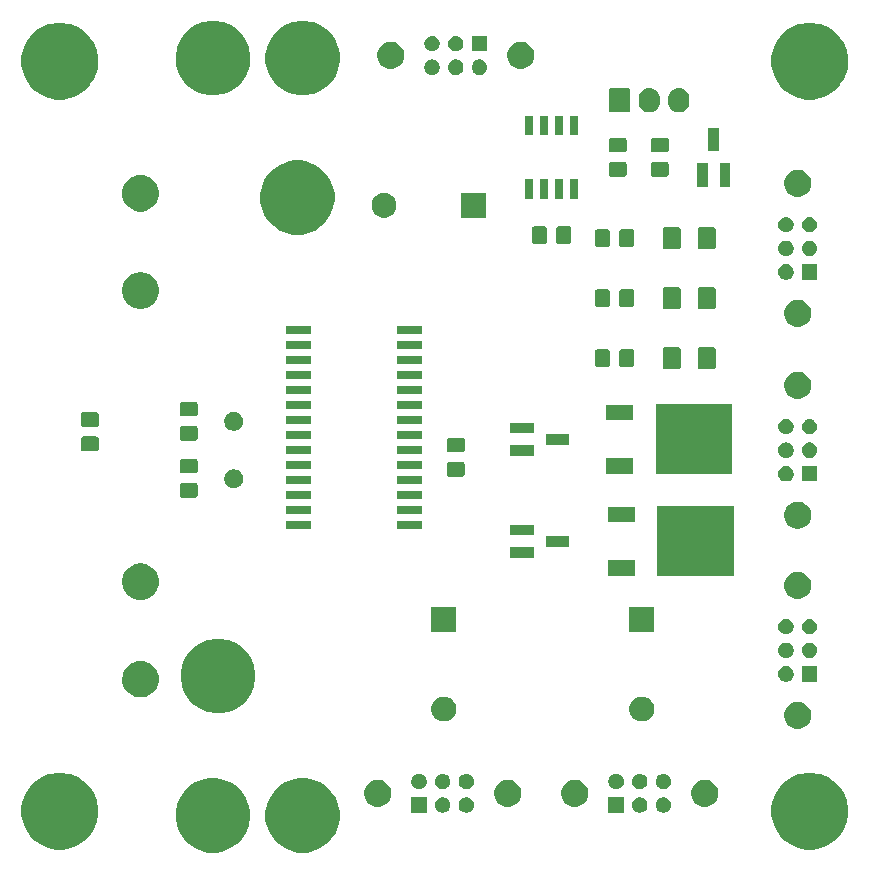
<source format=gts>
G04 #@! TF.GenerationSoftware,KiCad,Pcbnew,(5.1.6)-1*
G04 #@! TF.CreationDate,2020-10-05T11:52:14-04:00*
G04 #@! TF.ProjectId,recovery_CAN,7265636f-7665-4727-995f-43414e2e6b69,rev?*
G04 #@! TF.SameCoordinates,Original*
G04 #@! TF.FileFunction,Soldermask,Top*
G04 #@! TF.FilePolarity,Negative*
%FSLAX46Y46*%
G04 Gerber Fmt 4.6, Leading zero omitted, Abs format (unit mm)*
G04 Created by KiCad (PCBNEW (5.1.6)-1) date 2020-10-05 11:52:14*
%MOMM*%
%LPD*%
G01*
G04 APERTURE LIST*
%ADD10C,0.100000*%
G04 APERTURE END LIST*
D10*
G36*
X204157814Y-120730110D02*
G01*
X204362603Y-120770845D01*
X204935830Y-121008283D01*
X205451721Y-121352990D01*
X205890450Y-121791719D01*
X206235157Y-122307610D01*
X206462258Y-122855882D01*
X206472595Y-122880838D01*
X206593640Y-123489370D01*
X206593640Y-124109830D01*
X206512943Y-124515518D01*
X206472595Y-124718363D01*
X206235157Y-125291590D01*
X205890450Y-125807481D01*
X205451721Y-126246210D01*
X204935830Y-126590917D01*
X204362603Y-126828355D01*
X204159758Y-126868703D01*
X203754070Y-126949400D01*
X203133610Y-126949400D01*
X202727922Y-126868703D01*
X202525077Y-126828355D01*
X201951850Y-126590917D01*
X201435959Y-126246210D01*
X200997230Y-125807481D01*
X200652523Y-125291590D01*
X200415085Y-124718363D01*
X200374737Y-124515518D01*
X200294040Y-124109830D01*
X200294040Y-123489370D01*
X200415085Y-122880838D01*
X200425422Y-122855882D01*
X200652523Y-122307610D01*
X200997230Y-121791719D01*
X201435959Y-121352990D01*
X201951850Y-121008283D01*
X202525077Y-120770845D01*
X202729866Y-120730110D01*
X203133610Y-120649800D01*
X203754070Y-120649800D01*
X204157814Y-120730110D01*
G37*
G36*
X196558134Y-120730110D02*
G01*
X196762923Y-120770845D01*
X197336150Y-121008283D01*
X197852041Y-121352990D01*
X198290770Y-121791719D01*
X198635477Y-122307610D01*
X198862578Y-122855882D01*
X198872915Y-122880838D01*
X198993960Y-123489370D01*
X198993960Y-124109830D01*
X198913263Y-124515518D01*
X198872915Y-124718363D01*
X198635477Y-125291590D01*
X198290770Y-125807481D01*
X197852041Y-126246210D01*
X197336150Y-126590917D01*
X196762923Y-126828355D01*
X196560078Y-126868703D01*
X196154390Y-126949400D01*
X195533930Y-126949400D01*
X195128242Y-126868703D01*
X194925397Y-126828355D01*
X194352170Y-126590917D01*
X193836279Y-126246210D01*
X193397550Y-125807481D01*
X193052843Y-125291590D01*
X192815405Y-124718363D01*
X192775057Y-124515518D01*
X192694360Y-124109830D01*
X192694360Y-123489370D01*
X192815405Y-122880838D01*
X192825742Y-122855882D01*
X193052843Y-122307610D01*
X193397550Y-121791719D01*
X193836279Y-121352990D01*
X194352170Y-121008283D01*
X194925397Y-120770845D01*
X195130186Y-120730110D01*
X195533930Y-120649800D01*
X196154390Y-120649800D01*
X196558134Y-120730110D01*
G37*
G36*
X183514239Y-120255467D02*
G01*
X183828282Y-120317934D01*
X184419926Y-120563001D01*
X184846477Y-120848014D01*
X184924276Y-120899997D01*
X184952392Y-120918784D01*
X185405216Y-121371608D01*
X185760999Y-121904074D01*
X186006066Y-122495718D01*
X186052689Y-122730110D01*
X186128233Y-123109890D01*
X186131000Y-123123804D01*
X186131000Y-123764196D01*
X186006066Y-124392282D01*
X185760999Y-124983926D01*
X185405216Y-125516392D01*
X184952392Y-125969216D01*
X184419926Y-126324999D01*
X183828282Y-126570066D01*
X183514239Y-126632533D01*
X183200197Y-126695000D01*
X182559803Y-126695000D01*
X182245761Y-126632533D01*
X181931718Y-126570066D01*
X181340074Y-126324999D01*
X180807608Y-125969216D01*
X180354784Y-125516392D01*
X179999001Y-124983926D01*
X179753934Y-124392282D01*
X179629000Y-123764196D01*
X179629000Y-123123804D01*
X179631768Y-123109890D01*
X179707311Y-122730110D01*
X179753934Y-122495718D01*
X179999001Y-121904074D01*
X180354784Y-121371608D01*
X180807608Y-120918784D01*
X180835725Y-120899997D01*
X180913523Y-120848014D01*
X181340074Y-120563001D01*
X181931718Y-120317934D01*
X182245761Y-120255467D01*
X182559803Y-120193000D01*
X183200197Y-120193000D01*
X183514239Y-120255467D01*
G37*
G36*
X247014239Y-120255467D02*
G01*
X247328282Y-120317934D01*
X247919926Y-120563001D01*
X248346477Y-120848014D01*
X248424276Y-120899997D01*
X248452392Y-120918784D01*
X248905216Y-121371608D01*
X249260999Y-121904074D01*
X249506066Y-122495718D01*
X249552689Y-122730110D01*
X249628233Y-123109890D01*
X249631000Y-123123804D01*
X249631000Y-123764196D01*
X249506066Y-124392282D01*
X249260999Y-124983926D01*
X248905216Y-125516392D01*
X248452392Y-125969216D01*
X247919926Y-126324999D01*
X247328282Y-126570066D01*
X247014239Y-126632533D01*
X246700197Y-126695000D01*
X246059803Y-126695000D01*
X245745761Y-126632533D01*
X245431718Y-126570066D01*
X244840074Y-126324999D01*
X244307608Y-125969216D01*
X243854784Y-125516392D01*
X243499001Y-124983926D01*
X243253934Y-124392282D01*
X243129000Y-123764196D01*
X243129000Y-123123804D01*
X243131768Y-123109890D01*
X243207311Y-122730110D01*
X243253934Y-122495718D01*
X243499001Y-121904074D01*
X243854784Y-121371608D01*
X244307608Y-120918784D01*
X244335725Y-120899997D01*
X244413523Y-120848014D01*
X244840074Y-120563001D01*
X245431718Y-120317934D01*
X245745761Y-120255467D01*
X246059803Y-120193000D01*
X246700197Y-120193000D01*
X247014239Y-120255467D01*
G37*
G36*
X217493890Y-122294017D02*
G01*
X217612364Y-122343091D01*
X217718988Y-122414335D01*
X217809665Y-122505012D01*
X217880909Y-122611636D01*
X217929983Y-122730110D01*
X217955000Y-122855882D01*
X217955000Y-122984118D01*
X217929983Y-123109890D01*
X217880909Y-123228364D01*
X217809665Y-123334988D01*
X217718988Y-123425665D01*
X217612364Y-123496909D01*
X217612363Y-123496910D01*
X217612362Y-123496910D01*
X217493890Y-123545983D01*
X217368119Y-123571000D01*
X217239881Y-123571000D01*
X217114110Y-123545983D01*
X216995638Y-123496910D01*
X216995637Y-123496910D01*
X216995636Y-123496909D01*
X216889012Y-123425665D01*
X216798335Y-123334988D01*
X216727091Y-123228364D01*
X216678017Y-123109890D01*
X216653000Y-122984118D01*
X216653000Y-122855882D01*
X216678017Y-122730110D01*
X216727091Y-122611636D01*
X216798335Y-122505012D01*
X216889012Y-122414335D01*
X216995636Y-122343091D01*
X217114110Y-122294017D01*
X217239881Y-122269000D01*
X217368119Y-122269000D01*
X217493890Y-122294017D01*
G37*
G36*
X215493890Y-122294017D02*
G01*
X215612364Y-122343091D01*
X215718988Y-122414335D01*
X215809665Y-122505012D01*
X215880909Y-122611636D01*
X215929983Y-122730110D01*
X215955000Y-122855882D01*
X215955000Y-122984118D01*
X215929983Y-123109890D01*
X215880909Y-123228364D01*
X215809665Y-123334988D01*
X215718988Y-123425665D01*
X215612364Y-123496909D01*
X215612363Y-123496910D01*
X215612362Y-123496910D01*
X215493890Y-123545983D01*
X215368119Y-123571000D01*
X215239881Y-123571000D01*
X215114110Y-123545983D01*
X214995638Y-123496910D01*
X214995637Y-123496910D01*
X214995636Y-123496909D01*
X214889012Y-123425665D01*
X214798335Y-123334988D01*
X214727091Y-123228364D01*
X214678017Y-123109890D01*
X214653000Y-122984118D01*
X214653000Y-122855882D01*
X214678017Y-122730110D01*
X214727091Y-122611636D01*
X214798335Y-122505012D01*
X214889012Y-122414335D01*
X214995636Y-122343091D01*
X215114110Y-122294017D01*
X215239881Y-122269000D01*
X215368119Y-122269000D01*
X215493890Y-122294017D01*
G37*
G36*
X230641000Y-123571000D02*
G01*
X229339000Y-123571000D01*
X229339000Y-122269000D01*
X230641000Y-122269000D01*
X230641000Y-123571000D01*
G37*
G36*
X232179890Y-122294017D02*
G01*
X232298364Y-122343091D01*
X232404988Y-122414335D01*
X232495665Y-122505012D01*
X232566909Y-122611636D01*
X232615983Y-122730110D01*
X232641000Y-122855882D01*
X232641000Y-122984118D01*
X232615983Y-123109890D01*
X232566909Y-123228364D01*
X232495665Y-123334988D01*
X232404988Y-123425665D01*
X232298364Y-123496909D01*
X232298363Y-123496910D01*
X232298362Y-123496910D01*
X232179890Y-123545983D01*
X232054119Y-123571000D01*
X231925881Y-123571000D01*
X231800110Y-123545983D01*
X231681638Y-123496910D01*
X231681637Y-123496910D01*
X231681636Y-123496909D01*
X231575012Y-123425665D01*
X231484335Y-123334988D01*
X231413091Y-123228364D01*
X231364017Y-123109890D01*
X231339000Y-122984118D01*
X231339000Y-122855882D01*
X231364017Y-122730110D01*
X231413091Y-122611636D01*
X231484335Y-122505012D01*
X231575012Y-122414335D01*
X231681636Y-122343091D01*
X231800110Y-122294017D01*
X231925881Y-122269000D01*
X232054119Y-122269000D01*
X232179890Y-122294017D01*
G37*
G36*
X234179890Y-122294017D02*
G01*
X234298364Y-122343091D01*
X234404988Y-122414335D01*
X234495665Y-122505012D01*
X234566909Y-122611636D01*
X234615983Y-122730110D01*
X234641000Y-122855882D01*
X234641000Y-122984118D01*
X234615983Y-123109890D01*
X234566909Y-123228364D01*
X234495665Y-123334988D01*
X234404988Y-123425665D01*
X234298364Y-123496909D01*
X234298363Y-123496910D01*
X234298362Y-123496910D01*
X234179890Y-123545983D01*
X234054119Y-123571000D01*
X233925881Y-123571000D01*
X233800110Y-123545983D01*
X233681638Y-123496910D01*
X233681637Y-123496910D01*
X233681636Y-123496909D01*
X233575012Y-123425665D01*
X233484335Y-123334988D01*
X233413091Y-123228364D01*
X233364017Y-123109890D01*
X233339000Y-122984118D01*
X233339000Y-122855882D01*
X233364017Y-122730110D01*
X233413091Y-122611636D01*
X233484335Y-122505012D01*
X233575012Y-122414335D01*
X233681636Y-122343091D01*
X233800110Y-122294017D01*
X233925881Y-122269000D01*
X234054119Y-122269000D01*
X234179890Y-122294017D01*
G37*
G36*
X213955000Y-123571000D02*
G01*
X212653000Y-123571000D01*
X212653000Y-122269000D01*
X213955000Y-122269000D01*
X213955000Y-123571000D01*
G37*
G36*
X226714549Y-120791116D02*
G01*
X226825734Y-120813232D01*
X227035203Y-120899997D01*
X227223720Y-121025960D01*
X227384040Y-121186280D01*
X227510003Y-121374797D01*
X227596768Y-121584266D01*
X227641000Y-121806636D01*
X227641000Y-122033364D01*
X227596768Y-122255734D01*
X227510003Y-122465203D01*
X227384040Y-122653720D01*
X227223720Y-122814040D01*
X227035203Y-122940003D01*
X226825734Y-123026768D01*
X226714549Y-123048884D01*
X226603365Y-123071000D01*
X226376635Y-123071000D01*
X226265451Y-123048884D01*
X226154266Y-123026768D01*
X225944797Y-122940003D01*
X225756280Y-122814040D01*
X225595960Y-122653720D01*
X225469997Y-122465203D01*
X225383232Y-122255734D01*
X225339000Y-122033364D01*
X225339000Y-121806636D01*
X225383232Y-121584266D01*
X225469997Y-121374797D01*
X225595960Y-121186280D01*
X225756280Y-121025960D01*
X225944797Y-120899997D01*
X226154266Y-120813232D01*
X226265451Y-120791116D01*
X226376635Y-120769000D01*
X226603365Y-120769000D01*
X226714549Y-120791116D01*
G37*
G36*
X237714549Y-120791116D02*
G01*
X237825734Y-120813232D01*
X238035203Y-120899997D01*
X238223720Y-121025960D01*
X238384040Y-121186280D01*
X238510003Y-121374797D01*
X238596768Y-121584266D01*
X238641000Y-121806636D01*
X238641000Y-122033364D01*
X238596768Y-122255734D01*
X238510003Y-122465203D01*
X238384040Y-122653720D01*
X238223720Y-122814040D01*
X238035203Y-122940003D01*
X237825734Y-123026768D01*
X237714549Y-123048884D01*
X237603365Y-123071000D01*
X237376635Y-123071000D01*
X237265451Y-123048884D01*
X237154266Y-123026768D01*
X236944797Y-122940003D01*
X236756280Y-122814040D01*
X236595960Y-122653720D01*
X236469997Y-122465203D01*
X236383232Y-122255734D01*
X236339000Y-122033364D01*
X236339000Y-121806636D01*
X236383232Y-121584266D01*
X236469997Y-121374797D01*
X236595960Y-121186280D01*
X236756280Y-121025960D01*
X236944797Y-120899997D01*
X237154266Y-120813232D01*
X237265451Y-120791116D01*
X237376635Y-120769000D01*
X237603365Y-120769000D01*
X237714549Y-120791116D01*
G37*
G36*
X221028549Y-120791116D02*
G01*
X221139734Y-120813232D01*
X221349203Y-120899997D01*
X221537720Y-121025960D01*
X221698040Y-121186280D01*
X221824003Y-121374797D01*
X221910768Y-121584266D01*
X221955000Y-121806636D01*
X221955000Y-122033364D01*
X221910768Y-122255734D01*
X221824003Y-122465203D01*
X221698040Y-122653720D01*
X221537720Y-122814040D01*
X221349203Y-122940003D01*
X221139734Y-123026768D01*
X221028549Y-123048884D01*
X220917365Y-123071000D01*
X220690635Y-123071000D01*
X220579451Y-123048884D01*
X220468266Y-123026768D01*
X220258797Y-122940003D01*
X220070280Y-122814040D01*
X219909960Y-122653720D01*
X219783997Y-122465203D01*
X219697232Y-122255734D01*
X219653000Y-122033364D01*
X219653000Y-121806636D01*
X219697232Y-121584266D01*
X219783997Y-121374797D01*
X219909960Y-121186280D01*
X220070280Y-121025960D01*
X220258797Y-120899997D01*
X220468266Y-120813232D01*
X220579451Y-120791116D01*
X220690635Y-120769000D01*
X220917365Y-120769000D01*
X221028549Y-120791116D01*
G37*
G36*
X210028549Y-120791116D02*
G01*
X210139734Y-120813232D01*
X210349203Y-120899997D01*
X210537720Y-121025960D01*
X210698040Y-121186280D01*
X210824003Y-121374797D01*
X210910768Y-121584266D01*
X210955000Y-121806636D01*
X210955000Y-122033364D01*
X210910768Y-122255734D01*
X210824003Y-122465203D01*
X210698040Y-122653720D01*
X210537720Y-122814040D01*
X210349203Y-122940003D01*
X210139734Y-123026768D01*
X210028549Y-123048884D01*
X209917365Y-123071000D01*
X209690635Y-123071000D01*
X209579451Y-123048884D01*
X209468266Y-123026768D01*
X209258797Y-122940003D01*
X209070280Y-122814040D01*
X208909960Y-122653720D01*
X208783997Y-122465203D01*
X208697232Y-122255734D01*
X208653000Y-122033364D01*
X208653000Y-121806636D01*
X208697232Y-121584266D01*
X208783997Y-121374797D01*
X208909960Y-121186280D01*
X209070280Y-121025960D01*
X209258797Y-120899997D01*
X209468266Y-120813232D01*
X209579451Y-120791116D01*
X209690635Y-120769000D01*
X209917365Y-120769000D01*
X210028549Y-120791116D01*
G37*
G36*
X230179890Y-120294017D02*
G01*
X230298364Y-120343091D01*
X230404988Y-120414335D01*
X230495665Y-120505012D01*
X230566910Y-120611638D01*
X230615983Y-120730110D01*
X230641000Y-120855881D01*
X230641000Y-120984119D01*
X230632677Y-121025960D01*
X230615983Y-121109890D01*
X230566909Y-121228364D01*
X230495665Y-121334988D01*
X230404988Y-121425665D01*
X230298364Y-121496909D01*
X230298363Y-121496910D01*
X230298362Y-121496910D01*
X230179890Y-121545983D01*
X230054119Y-121571000D01*
X229925881Y-121571000D01*
X229800110Y-121545983D01*
X229681638Y-121496910D01*
X229681637Y-121496910D01*
X229681636Y-121496909D01*
X229575012Y-121425665D01*
X229484335Y-121334988D01*
X229413091Y-121228364D01*
X229364017Y-121109890D01*
X229347323Y-121025960D01*
X229339000Y-120984119D01*
X229339000Y-120855881D01*
X229364017Y-120730110D01*
X229413090Y-120611638D01*
X229484335Y-120505012D01*
X229575012Y-120414335D01*
X229681636Y-120343091D01*
X229800110Y-120294017D01*
X229925881Y-120269000D01*
X230054119Y-120269000D01*
X230179890Y-120294017D01*
G37*
G36*
X217493890Y-120294017D02*
G01*
X217612364Y-120343091D01*
X217718988Y-120414335D01*
X217809665Y-120505012D01*
X217880910Y-120611638D01*
X217929983Y-120730110D01*
X217955000Y-120855881D01*
X217955000Y-120984119D01*
X217946677Y-121025960D01*
X217929983Y-121109890D01*
X217880909Y-121228364D01*
X217809665Y-121334988D01*
X217718988Y-121425665D01*
X217612364Y-121496909D01*
X217612363Y-121496910D01*
X217612362Y-121496910D01*
X217493890Y-121545983D01*
X217368119Y-121571000D01*
X217239881Y-121571000D01*
X217114110Y-121545983D01*
X216995638Y-121496910D01*
X216995637Y-121496910D01*
X216995636Y-121496909D01*
X216889012Y-121425665D01*
X216798335Y-121334988D01*
X216727091Y-121228364D01*
X216678017Y-121109890D01*
X216661323Y-121025960D01*
X216653000Y-120984119D01*
X216653000Y-120855881D01*
X216678017Y-120730110D01*
X216727090Y-120611638D01*
X216798335Y-120505012D01*
X216889012Y-120414335D01*
X216995636Y-120343091D01*
X217114110Y-120294017D01*
X217239881Y-120269000D01*
X217368119Y-120269000D01*
X217493890Y-120294017D01*
G37*
G36*
X215493890Y-120294017D02*
G01*
X215612364Y-120343091D01*
X215718988Y-120414335D01*
X215809665Y-120505012D01*
X215880910Y-120611638D01*
X215929983Y-120730110D01*
X215955000Y-120855881D01*
X215955000Y-120984119D01*
X215946677Y-121025960D01*
X215929983Y-121109890D01*
X215880909Y-121228364D01*
X215809665Y-121334988D01*
X215718988Y-121425665D01*
X215612364Y-121496909D01*
X215612363Y-121496910D01*
X215612362Y-121496910D01*
X215493890Y-121545983D01*
X215368119Y-121571000D01*
X215239881Y-121571000D01*
X215114110Y-121545983D01*
X214995638Y-121496910D01*
X214995637Y-121496910D01*
X214995636Y-121496909D01*
X214889012Y-121425665D01*
X214798335Y-121334988D01*
X214727091Y-121228364D01*
X214678017Y-121109890D01*
X214661323Y-121025960D01*
X214653000Y-120984119D01*
X214653000Y-120855881D01*
X214678017Y-120730110D01*
X214727090Y-120611638D01*
X214798335Y-120505012D01*
X214889012Y-120414335D01*
X214995636Y-120343091D01*
X215114110Y-120294017D01*
X215239881Y-120269000D01*
X215368119Y-120269000D01*
X215493890Y-120294017D01*
G37*
G36*
X213493890Y-120294017D02*
G01*
X213612364Y-120343091D01*
X213718988Y-120414335D01*
X213809665Y-120505012D01*
X213880910Y-120611638D01*
X213929983Y-120730110D01*
X213955000Y-120855881D01*
X213955000Y-120984119D01*
X213946677Y-121025960D01*
X213929983Y-121109890D01*
X213880909Y-121228364D01*
X213809665Y-121334988D01*
X213718988Y-121425665D01*
X213612364Y-121496909D01*
X213612363Y-121496910D01*
X213612362Y-121496910D01*
X213493890Y-121545983D01*
X213368119Y-121571000D01*
X213239881Y-121571000D01*
X213114110Y-121545983D01*
X212995638Y-121496910D01*
X212995637Y-121496910D01*
X212995636Y-121496909D01*
X212889012Y-121425665D01*
X212798335Y-121334988D01*
X212727091Y-121228364D01*
X212678017Y-121109890D01*
X212661323Y-121025960D01*
X212653000Y-120984119D01*
X212653000Y-120855881D01*
X212678017Y-120730110D01*
X212727090Y-120611638D01*
X212798335Y-120505012D01*
X212889012Y-120414335D01*
X212995636Y-120343091D01*
X213114110Y-120294017D01*
X213239881Y-120269000D01*
X213368119Y-120269000D01*
X213493890Y-120294017D01*
G37*
G36*
X232179890Y-120294017D02*
G01*
X232298364Y-120343091D01*
X232404988Y-120414335D01*
X232495665Y-120505012D01*
X232566910Y-120611638D01*
X232615983Y-120730110D01*
X232641000Y-120855881D01*
X232641000Y-120984119D01*
X232632677Y-121025960D01*
X232615983Y-121109890D01*
X232566909Y-121228364D01*
X232495665Y-121334988D01*
X232404988Y-121425665D01*
X232298364Y-121496909D01*
X232298363Y-121496910D01*
X232298362Y-121496910D01*
X232179890Y-121545983D01*
X232054119Y-121571000D01*
X231925881Y-121571000D01*
X231800110Y-121545983D01*
X231681638Y-121496910D01*
X231681637Y-121496910D01*
X231681636Y-121496909D01*
X231575012Y-121425665D01*
X231484335Y-121334988D01*
X231413091Y-121228364D01*
X231364017Y-121109890D01*
X231347323Y-121025960D01*
X231339000Y-120984119D01*
X231339000Y-120855881D01*
X231364017Y-120730110D01*
X231413090Y-120611638D01*
X231484335Y-120505012D01*
X231575012Y-120414335D01*
X231681636Y-120343091D01*
X231800110Y-120294017D01*
X231925881Y-120269000D01*
X232054119Y-120269000D01*
X232179890Y-120294017D01*
G37*
G36*
X234179890Y-120294017D02*
G01*
X234298364Y-120343091D01*
X234404988Y-120414335D01*
X234495665Y-120505012D01*
X234566910Y-120611638D01*
X234615983Y-120730110D01*
X234641000Y-120855881D01*
X234641000Y-120984119D01*
X234632677Y-121025960D01*
X234615983Y-121109890D01*
X234566909Y-121228364D01*
X234495665Y-121334988D01*
X234404988Y-121425665D01*
X234298364Y-121496909D01*
X234298363Y-121496910D01*
X234298362Y-121496910D01*
X234179890Y-121545983D01*
X234054119Y-121571000D01*
X233925881Y-121571000D01*
X233800110Y-121545983D01*
X233681638Y-121496910D01*
X233681637Y-121496910D01*
X233681636Y-121496909D01*
X233575012Y-121425665D01*
X233484335Y-121334988D01*
X233413091Y-121228364D01*
X233364017Y-121109890D01*
X233347323Y-121025960D01*
X233339000Y-120984119D01*
X233339000Y-120855881D01*
X233364017Y-120730110D01*
X233413090Y-120611638D01*
X233484335Y-120505012D01*
X233575012Y-120414335D01*
X233681636Y-120343091D01*
X233800110Y-120294017D01*
X233925881Y-120269000D01*
X234054119Y-120269000D01*
X234179890Y-120294017D01*
G37*
G36*
X245588549Y-114187116D02*
G01*
X245699734Y-114209232D01*
X245847850Y-114270584D01*
X245895124Y-114290165D01*
X245909203Y-114295997D01*
X246097720Y-114421960D01*
X246258040Y-114582280D01*
X246384003Y-114770797D01*
X246470768Y-114980266D01*
X246515000Y-115202636D01*
X246515000Y-115429364D01*
X246470768Y-115651734D01*
X246384003Y-115861203D01*
X246258040Y-116049720D01*
X246097720Y-116210040D01*
X245909203Y-116336003D01*
X245699734Y-116422768D01*
X245588549Y-116444884D01*
X245477365Y-116467000D01*
X245250635Y-116467000D01*
X245139451Y-116444884D01*
X245028266Y-116422768D01*
X244818797Y-116336003D01*
X244630280Y-116210040D01*
X244469960Y-116049720D01*
X244343997Y-115861203D01*
X244257232Y-115651734D01*
X244213000Y-115429364D01*
X244213000Y-115202636D01*
X244257232Y-114980266D01*
X244343997Y-114770797D01*
X244469960Y-114582280D01*
X244630280Y-114421960D01*
X244818797Y-114295997D01*
X244832877Y-114290165D01*
X244880150Y-114270584D01*
X245028266Y-114209232D01*
X245139451Y-114187116D01*
X245250635Y-114165000D01*
X245477365Y-114165000D01*
X245588549Y-114187116D01*
G37*
G36*
X215698564Y-113777389D02*
G01*
X215889833Y-113856615D01*
X215889835Y-113856616D01*
X216061973Y-113971635D01*
X216208365Y-114118027D01*
X216323385Y-114290167D01*
X216402611Y-114481436D01*
X216443000Y-114684484D01*
X216443000Y-114891516D01*
X216402611Y-115094564D01*
X216357846Y-115202636D01*
X216323384Y-115285835D01*
X216208365Y-115457973D01*
X216061973Y-115604365D01*
X215889835Y-115719384D01*
X215889834Y-115719385D01*
X215889833Y-115719385D01*
X215698564Y-115798611D01*
X215495516Y-115839000D01*
X215288484Y-115839000D01*
X215085436Y-115798611D01*
X214894167Y-115719385D01*
X214894166Y-115719385D01*
X214894165Y-115719384D01*
X214722027Y-115604365D01*
X214575635Y-115457973D01*
X214460616Y-115285835D01*
X214426154Y-115202636D01*
X214381389Y-115094564D01*
X214341000Y-114891516D01*
X214341000Y-114684484D01*
X214381389Y-114481436D01*
X214460615Y-114290167D01*
X214575635Y-114118027D01*
X214722027Y-113971635D01*
X214894165Y-113856616D01*
X214894167Y-113856615D01*
X215085436Y-113777389D01*
X215288484Y-113737000D01*
X215495516Y-113737000D01*
X215698564Y-113777389D01*
G37*
G36*
X232462564Y-113777389D02*
G01*
X232653833Y-113856615D01*
X232653835Y-113856616D01*
X232825973Y-113971635D01*
X232972365Y-114118027D01*
X233087385Y-114290167D01*
X233166611Y-114481436D01*
X233207000Y-114684484D01*
X233207000Y-114891516D01*
X233166611Y-115094564D01*
X233121846Y-115202636D01*
X233087384Y-115285835D01*
X232972365Y-115457973D01*
X232825973Y-115604365D01*
X232653835Y-115719384D01*
X232653834Y-115719385D01*
X232653833Y-115719385D01*
X232462564Y-115798611D01*
X232259516Y-115839000D01*
X232052484Y-115839000D01*
X231849436Y-115798611D01*
X231658167Y-115719385D01*
X231658166Y-115719385D01*
X231658165Y-115719384D01*
X231486027Y-115604365D01*
X231339635Y-115457973D01*
X231224616Y-115285835D01*
X231190154Y-115202636D01*
X231145389Y-115094564D01*
X231105000Y-114891516D01*
X231105000Y-114684484D01*
X231145389Y-114481436D01*
X231224615Y-114290167D01*
X231339635Y-114118027D01*
X231486027Y-113971635D01*
X231658165Y-113856616D01*
X231658167Y-113856615D01*
X231849436Y-113777389D01*
X232052484Y-113737000D01*
X232259516Y-113737000D01*
X232462564Y-113777389D01*
G37*
G36*
X197009658Y-108929657D02*
G01*
X197212503Y-108970005D01*
X197785730Y-109207443D01*
X198301621Y-109552150D01*
X198740350Y-109990879D01*
X199085057Y-110506770D01*
X199322495Y-111079997D01*
X199354141Y-111239091D01*
X199443540Y-111688530D01*
X199443540Y-112308990D01*
X199362843Y-112714678D01*
X199322495Y-112917523D01*
X199085057Y-113490750D01*
X198740350Y-114006641D01*
X198301621Y-114445370D01*
X197785730Y-114790077D01*
X197212503Y-115027515D01*
X197009658Y-115067863D01*
X196603970Y-115148560D01*
X195983510Y-115148560D01*
X195577822Y-115067863D01*
X195374977Y-115027515D01*
X194801750Y-114790077D01*
X194285859Y-114445370D01*
X193847130Y-114006641D01*
X193502423Y-113490750D01*
X193264985Y-112917523D01*
X193224637Y-112714678D01*
X193143940Y-112308990D01*
X193143940Y-111688530D01*
X193233339Y-111239091D01*
X193264985Y-111079997D01*
X193502423Y-110506770D01*
X193847130Y-109990879D01*
X194285859Y-109552150D01*
X194801750Y-109207443D01*
X195374977Y-108970005D01*
X195577822Y-108929657D01*
X195983510Y-108848960D01*
X196603970Y-108848960D01*
X197009658Y-108929657D01*
G37*
G36*
X190040585Y-110746802D02*
G01*
X190190410Y-110776604D01*
X190472674Y-110893521D01*
X190726705Y-111063259D01*
X190942741Y-111279295D01*
X191112479Y-111533326D01*
X191229396Y-111815590D01*
X191259198Y-111965415D01*
X191289000Y-112115239D01*
X191289000Y-112420761D01*
X191279802Y-112467000D01*
X191229396Y-112720410D01*
X191112479Y-113002674D01*
X190942741Y-113256705D01*
X190726705Y-113472741D01*
X190472674Y-113642479D01*
X190190410Y-113759396D01*
X190099953Y-113777389D01*
X189890761Y-113819000D01*
X189585239Y-113819000D01*
X189376047Y-113777389D01*
X189285590Y-113759396D01*
X189003326Y-113642479D01*
X188749295Y-113472741D01*
X188533259Y-113256705D01*
X188363521Y-113002674D01*
X188246604Y-112720410D01*
X188196198Y-112467000D01*
X188187000Y-112420761D01*
X188187000Y-112115239D01*
X188216802Y-111965415D01*
X188246604Y-111815590D01*
X188363521Y-111533326D01*
X188533259Y-111279295D01*
X188749295Y-111063259D01*
X189003326Y-110893521D01*
X189285590Y-110776604D01*
X189435415Y-110746802D01*
X189585239Y-110717000D01*
X189890761Y-110717000D01*
X190040585Y-110746802D01*
G37*
G36*
X247015000Y-112467000D02*
G01*
X245713000Y-112467000D01*
X245713000Y-111165000D01*
X247015000Y-111165000D01*
X247015000Y-112467000D01*
G37*
G36*
X244553890Y-111190017D02*
G01*
X244672364Y-111239091D01*
X244778988Y-111310335D01*
X244869665Y-111401012D01*
X244940909Y-111507636D01*
X244989983Y-111626110D01*
X245015000Y-111751882D01*
X245015000Y-111880118D01*
X244989983Y-112005890D01*
X244940909Y-112124364D01*
X244869665Y-112230988D01*
X244778988Y-112321665D01*
X244672364Y-112392909D01*
X244672363Y-112392910D01*
X244672362Y-112392910D01*
X244553890Y-112441983D01*
X244428119Y-112467000D01*
X244299881Y-112467000D01*
X244174110Y-112441983D01*
X244055638Y-112392910D01*
X244055637Y-112392910D01*
X244055636Y-112392909D01*
X243949012Y-112321665D01*
X243858335Y-112230988D01*
X243787091Y-112124364D01*
X243738017Y-112005890D01*
X243713000Y-111880118D01*
X243713000Y-111751882D01*
X243738017Y-111626110D01*
X243787091Y-111507636D01*
X243858335Y-111401012D01*
X243949012Y-111310335D01*
X244055636Y-111239091D01*
X244174110Y-111190017D01*
X244299881Y-111165000D01*
X244428119Y-111165000D01*
X244553890Y-111190017D01*
G37*
G36*
X246553890Y-109190017D02*
G01*
X246672364Y-109239091D01*
X246778988Y-109310335D01*
X246869665Y-109401012D01*
X246940910Y-109507638D01*
X246959348Y-109552151D01*
X246989983Y-109626110D01*
X247015000Y-109751882D01*
X247015000Y-109880118D01*
X246989983Y-110005890D01*
X246940909Y-110124364D01*
X246869665Y-110230988D01*
X246778988Y-110321665D01*
X246672364Y-110392909D01*
X246672363Y-110392910D01*
X246672362Y-110392910D01*
X246553890Y-110441983D01*
X246428119Y-110467000D01*
X246299881Y-110467000D01*
X246174110Y-110441983D01*
X246055638Y-110392910D01*
X246055637Y-110392910D01*
X246055636Y-110392909D01*
X245949012Y-110321665D01*
X245858335Y-110230988D01*
X245787091Y-110124364D01*
X245738017Y-110005890D01*
X245713000Y-109880118D01*
X245713000Y-109751882D01*
X245738017Y-109626110D01*
X245768652Y-109552151D01*
X245787090Y-109507638D01*
X245858335Y-109401012D01*
X245949012Y-109310335D01*
X246055636Y-109239091D01*
X246174110Y-109190017D01*
X246299881Y-109165000D01*
X246428119Y-109165000D01*
X246553890Y-109190017D01*
G37*
G36*
X244553890Y-109190017D02*
G01*
X244672364Y-109239091D01*
X244778988Y-109310335D01*
X244869665Y-109401012D01*
X244940910Y-109507638D01*
X244959348Y-109552151D01*
X244989983Y-109626110D01*
X245015000Y-109751882D01*
X245015000Y-109880118D01*
X244989983Y-110005890D01*
X244940909Y-110124364D01*
X244869665Y-110230988D01*
X244778988Y-110321665D01*
X244672364Y-110392909D01*
X244672363Y-110392910D01*
X244672362Y-110392910D01*
X244553890Y-110441983D01*
X244428119Y-110467000D01*
X244299881Y-110467000D01*
X244174110Y-110441983D01*
X244055638Y-110392910D01*
X244055637Y-110392910D01*
X244055636Y-110392909D01*
X243949012Y-110321665D01*
X243858335Y-110230988D01*
X243787091Y-110124364D01*
X243738017Y-110005890D01*
X243713000Y-109880118D01*
X243713000Y-109751882D01*
X243738017Y-109626110D01*
X243768652Y-109552151D01*
X243787090Y-109507638D01*
X243858335Y-109401012D01*
X243949012Y-109310335D01*
X244055636Y-109239091D01*
X244174110Y-109190017D01*
X244299881Y-109165000D01*
X244428119Y-109165000D01*
X244553890Y-109190017D01*
G37*
G36*
X246553890Y-107190017D02*
G01*
X246672364Y-107239091D01*
X246778988Y-107310335D01*
X246869665Y-107401012D01*
X246940909Y-107507636D01*
X246989983Y-107626110D01*
X247015000Y-107751882D01*
X247015000Y-107880118D01*
X246989983Y-108005890D01*
X246940909Y-108124364D01*
X246869665Y-108230988D01*
X246778988Y-108321665D01*
X246672364Y-108392909D01*
X246672363Y-108392910D01*
X246672362Y-108392910D01*
X246553890Y-108441983D01*
X246428119Y-108467000D01*
X246299881Y-108467000D01*
X246174110Y-108441983D01*
X246055638Y-108392910D01*
X246055637Y-108392910D01*
X246055636Y-108392909D01*
X245949012Y-108321665D01*
X245858335Y-108230988D01*
X245787091Y-108124364D01*
X245738017Y-108005890D01*
X245713000Y-107880118D01*
X245713000Y-107751882D01*
X245738017Y-107626110D01*
X245787091Y-107507636D01*
X245858335Y-107401012D01*
X245949012Y-107310335D01*
X246055636Y-107239091D01*
X246174110Y-107190017D01*
X246299881Y-107165000D01*
X246428119Y-107165000D01*
X246553890Y-107190017D01*
G37*
G36*
X244553890Y-107190017D02*
G01*
X244672364Y-107239091D01*
X244778988Y-107310335D01*
X244869665Y-107401012D01*
X244940909Y-107507636D01*
X244989983Y-107626110D01*
X245015000Y-107751882D01*
X245015000Y-107880118D01*
X244989983Y-108005890D01*
X244940909Y-108124364D01*
X244869665Y-108230988D01*
X244778988Y-108321665D01*
X244672364Y-108392909D01*
X244672363Y-108392910D01*
X244672362Y-108392910D01*
X244553890Y-108441983D01*
X244428119Y-108467000D01*
X244299881Y-108467000D01*
X244174110Y-108441983D01*
X244055638Y-108392910D01*
X244055637Y-108392910D01*
X244055636Y-108392909D01*
X243949012Y-108321665D01*
X243858335Y-108230988D01*
X243787091Y-108124364D01*
X243738017Y-108005890D01*
X243713000Y-107880118D01*
X243713000Y-107751882D01*
X243738017Y-107626110D01*
X243787091Y-107507636D01*
X243858335Y-107401012D01*
X243949012Y-107310335D01*
X244055636Y-107239091D01*
X244174110Y-107190017D01*
X244299881Y-107165000D01*
X244428119Y-107165000D01*
X244553890Y-107190017D01*
G37*
G36*
X216443000Y-108239000D02*
G01*
X214341000Y-108239000D01*
X214341000Y-106137000D01*
X216443000Y-106137000D01*
X216443000Y-108239000D01*
G37*
G36*
X233207000Y-108239000D02*
G01*
X231105000Y-108239000D01*
X231105000Y-106137000D01*
X233207000Y-106137000D01*
X233207000Y-108239000D01*
G37*
G36*
X190040585Y-102496802D02*
G01*
X190190410Y-102526604D01*
X190472674Y-102643521D01*
X190726705Y-102813259D01*
X190942741Y-103029295D01*
X191112479Y-103283326D01*
X191208441Y-103515000D01*
X191229396Y-103565591D01*
X191289000Y-103865239D01*
X191289000Y-104170761D01*
X191259198Y-104320585D01*
X191229396Y-104470410D01*
X191112479Y-104752674D01*
X190942741Y-105006705D01*
X190726705Y-105222741D01*
X190472674Y-105392479D01*
X190190410Y-105509396D01*
X190040585Y-105539198D01*
X189890761Y-105569000D01*
X189585239Y-105569000D01*
X189435415Y-105539198D01*
X189285590Y-105509396D01*
X189003326Y-105392479D01*
X188749295Y-105222741D01*
X188533259Y-105006705D01*
X188363521Y-104752674D01*
X188246604Y-104470410D01*
X188216802Y-104320585D01*
X188187000Y-104170761D01*
X188187000Y-103865239D01*
X188246604Y-103565591D01*
X188267559Y-103515000D01*
X188363521Y-103283326D01*
X188533259Y-103029295D01*
X188749295Y-102813259D01*
X189003326Y-102643521D01*
X189285590Y-102526604D01*
X189435415Y-102496802D01*
X189585239Y-102467000D01*
X189890761Y-102467000D01*
X190040585Y-102496802D01*
G37*
G36*
X245588549Y-103187116D02*
G01*
X245699734Y-103209232D01*
X245847850Y-103270584D01*
X245878618Y-103283328D01*
X245909203Y-103295997D01*
X246097720Y-103421960D01*
X246258040Y-103582280D01*
X246384003Y-103770797D01*
X246384004Y-103770799D01*
X246470768Y-103980267D01*
X246515000Y-104202635D01*
X246515000Y-104429365D01*
X246492884Y-104540549D01*
X246470768Y-104651734D01*
X246384003Y-104861203D01*
X246258040Y-105049720D01*
X246097720Y-105210040D01*
X245909203Y-105336003D01*
X245699734Y-105422768D01*
X245588549Y-105444884D01*
X245477365Y-105467000D01*
X245250635Y-105467000D01*
X245139451Y-105444884D01*
X245028266Y-105422768D01*
X244818797Y-105336003D01*
X244630280Y-105210040D01*
X244469960Y-105049720D01*
X244343997Y-104861203D01*
X244257232Y-104651734D01*
X244235116Y-104540549D01*
X244213000Y-104429365D01*
X244213000Y-104202635D01*
X244257232Y-103980267D01*
X244343996Y-103770799D01*
X244343997Y-103770797D01*
X244469960Y-103582280D01*
X244630280Y-103421960D01*
X244818797Y-103295997D01*
X244849383Y-103283328D01*
X244880150Y-103270584D01*
X245028266Y-103209232D01*
X245139451Y-103187116D01*
X245250635Y-103165000D01*
X245477365Y-103165000D01*
X245588549Y-103187116D01*
G37*
G36*
X239979000Y-103535000D02*
G01*
X233477000Y-103535000D01*
X233477000Y-97633000D01*
X239979000Y-97633000D01*
X239979000Y-103535000D01*
G37*
G36*
X231579000Y-103515000D02*
G01*
X229277000Y-103515000D01*
X229277000Y-102213000D01*
X231579000Y-102213000D01*
X231579000Y-103515000D01*
G37*
G36*
X223021000Y-101985000D02*
G01*
X221019000Y-101985000D01*
X221019000Y-101083000D01*
X223021000Y-101083000D01*
X223021000Y-101985000D01*
G37*
G36*
X226021000Y-101035000D02*
G01*
X224019000Y-101035000D01*
X224019000Y-100133000D01*
X226021000Y-100133000D01*
X226021000Y-101035000D01*
G37*
G36*
X223021000Y-100085000D02*
G01*
X221019000Y-100085000D01*
X221019000Y-99183000D01*
X223021000Y-99183000D01*
X223021000Y-100085000D01*
G37*
G36*
X204123000Y-99538000D02*
G01*
X202021000Y-99538000D01*
X202021000Y-98836000D01*
X204123000Y-98836000D01*
X204123000Y-99538000D01*
G37*
G36*
X213523000Y-99538000D02*
G01*
X211421000Y-99538000D01*
X211421000Y-98836000D01*
X213523000Y-98836000D01*
X213523000Y-99538000D01*
G37*
G36*
X245588549Y-97247116D02*
G01*
X245699734Y-97269232D01*
X245909203Y-97355997D01*
X246097720Y-97481960D01*
X246258040Y-97642280D01*
X246384003Y-97830797D01*
X246470768Y-98040266D01*
X246515000Y-98262636D01*
X246515000Y-98489364D01*
X246470768Y-98711734D01*
X246384003Y-98921203D01*
X246258040Y-99109720D01*
X246097720Y-99270040D01*
X245909203Y-99396003D01*
X245699734Y-99482768D01*
X245588549Y-99504884D01*
X245477365Y-99527000D01*
X245250635Y-99527000D01*
X245139451Y-99504884D01*
X245028266Y-99482768D01*
X244818797Y-99396003D01*
X244630280Y-99270040D01*
X244469960Y-99109720D01*
X244343997Y-98921203D01*
X244257232Y-98711734D01*
X244213000Y-98489364D01*
X244213000Y-98262636D01*
X244257232Y-98040266D01*
X244343997Y-97830797D01*
X244469960Y-97642280D01*
X244630280Y-97481960D01*
X244818797Y-97355997D01*
X245028266Y-97269232D01*
X245139451Y-97247116D01*
X245250635Y-97225000D01*
X245477365Y-97225000D01*
X245588549Y-97247116D01*
G37*
G36*
X231579000Y-98955000D02*
G01*
X229277000Y-98955000D01*
X229277000Y-97653000D01*
X231579000Y-97653000D01*
X231579000Y-98955000D01*
G37*
G36*
X213523000Y-98268000D02*
G01*
X211421000Y-98268000D01*
X211421000Y-97566000D01*
X213523000Y-97566000D01*
X213523000Y-98268000D01*
G37*
G36*
X204123000Y-98268000D02*
G01*
X202021000Y-98268000D01*
X202021000Y-97566000D01*
X204123000Y-97566000D01*
X204123000Y-98268000D01*
G37*
G36*
X213523000Y-96998000D02*
G01*
X211421000Y-96998000D01*
X211421000Y-96296000D01*
X213523000Y-96296000D01*
X213523000Y-96998000D01*
G37*
G36*
X204123000Y-96998000D02*
G01*
X202021000Y-96998000D01*
X202021000Y-96296000D01*
X204123000Y-96296000D01*
X204123000Y-96998000D01*
G37*
G36*
X194390674Y-95653465D02*
G01*
X194428367Y-95664899D01*
X194463103Y-95683466D01*
X194493548Y-95708452D01*
X194518534Y-95738897D01*
X194537101Y-95773633D01*
X194548535Y-95811326D01*
X194553000Y-95856661D01*
X194553000Y-96693339D01*
X194548535Y-96738674D01*
X194537101Y-96776367D01*
X194518534Y-96811103D01*
X194493548Y-96841548D01*
X194463103Y-96866534D01*
X194428367Y-96885101D01*
X194390674Y-96896535D01*
X194345339Y-96901000D01*
X193258661Y-96901000D01*
X193213326Y-96896535D01*
X193175633Y-96885101D01*
X193140897Y-96866534D01*
X193110452Y-96841548D01*
X193085466Y-96811103D01*
X193066899Y-96776367D01*
X193055465Y-96738674D01*
X193051000Y-96693339D01*
X193051000Y-95856661D01*
X193055465Y-95811326D01*
X193066899Y-95773633D01*
X193085466Y-95738897D01*
X193110452Y-95708452D01*
X193140897Y-95683466D01*
X193175633Y-95664899D01*
X193213326Y-95653465D01*
X193258661Y-95649000D01*
X194345339Y-95649000D01*
X194390674Y-95653465D01*
G37*
G36*
X197845642Y-94533781D02*
G01*
X197954392Y-94578827D01*
X197991416Y-94594163D01*
X198122608Y-94681822D01*
X198234178Y-94793392D01*
X198309646Y-94906339D01*
X198321838Y-94924586D01*
X198382219Y-95070358D01*
X198413000Y-95225107D01*
X198413000Y-95382893D01*
X198382219Y-95537642D01*
X198336093Y-95649000D01*
X198321837Y-95683416D01*
X198234178Y-95814608D01*
X198122608Y-95926178D01*
X197991416Y-96013837D01*
X197991415Y-96013838D01*
X197991414Y-96013838D01*
X197845642Y-96074219D01*
X197690893Y-96105000D01*
X197533107Y-96105000D01*
X197378358Y-96074219D01*
X197232586Y-96013838D01*
X197232585Y-96013838D01*
X197232584Y-96013837D01*
X197101392Y-95926178D01*
X196989822Y-95814608D01*
X196902163Y-95683416D01*
X196887907Y-95649000D01*
X196841781Y-95537642D01*
X196811000Y-95382893D01*
X196811000Y-95225107D01*
X196841781Y-95070358D01*
X196902162Y-94924586D01*
X196914354Y-94906339D01*
X196989822Y-94793392D01*
X197101392Y-94681822D01*
X197232584Y-94594163D01*
X197269608Y-94578827D01*
X197378358Y-94533781D01*
X197533107Y-94503000D01*
X197690893Y-94503000D01*
X197845642Y-94533781D01*
G37*
G36*
X213523000Y-95728000D02*
G01*
X211421000Y-95728000D01*
X211421000Y-95026000D01*
X213523000Y-95026000D01*
X213523000Y-95728000D01*
G37*
G36*
X204123000Y-95728000D02*
G01*
X202021000Y-95728000D01*
X202021000Y-95026000D01*
X204123000Y-95026000D01*
X204123000Y-95728000D01*
G37*
G36*
X247015000Y-95527000D02*
G01*
X245713000Y-95527000D01*
X245713000Y-94225000D01*
X247015000Y-94225000D01*
X247015000Y-95527000D01*
G37*
G36*
X244553890Y-94250017D02*
G01*
X244672364Y-94299091D01*
X244778988Y-94370335D01*
X244869665Y-94461012D01*
X244897721Y-94503000D01*
X244940910Y-94567638D01*
X244989983Y-94686110D01*
X245015000Y-94811881D01*
X245015000Y-94940119D01*
X244989983Y-95065890D01*
X244971905Y-95109535D01*
X244940909Y-95184364D01*
X244869665Y-95290988D01*
X244778988Y-95381665D01*
X244672364Y-95452909D01*
X244672363Y-95452910D01*
X244672362Y-95452910D01*
X244553890Y-95501983D01*
X244428119Y-95527000D01*
X244299881Y-95527000D01*
X244174110Y-95501983D01*
X244055638Y-95452910D01*
X244055637Y-95452910D01*
X244055636Y-95452909D01*
X243949012Y-95381665D01*
X243858335Y-95290988D01*
X243787091Y-95184364D01*
X243756096Y-95109535D01*
X243738017Y-95065890D01*
X243713000Y-94940119D01*
X243713000Y-94811881D01*
X243738017Y-94686110D01*
X243787090Y-94567638D01*
X243830280Y-94503000D01*
X243858335Y-94461012D01*
X243949012Y-94370335D01*
X244055636Y-94299091D01*
X244174110Y-94250017D01*
X244299881Y-94225000D01*
X244428119Y-94225000D01*
X244553890Y-94250017D01*
G37*
G36*
X216996674Y-93866465D02*
G01*
X217034367Y-93877899D01*
X217069103Y-93896466D01*
X217099548Y-93921452D01*
X217124534Y-93951897D01*
X217143101Y-93986633D01*
X217154535Y-94024326D01*
X217159000Y-94069661D01*
X217159000Y-94906339D01*
X217154535Y-94951674D01*
X217143101Y-94989367D01*
X217124534Y-95024103D01*
X217099548Y-95054548D01*
X217069103Y-95079534D01*
X217034367Y-95098101D01*
X216996674Y-95109535D01*
X216951339Y-95114000D01*
X215864661Y-95114000D01*
X215819326Y-95109535D01*
X215781633Y-95098101D01*
X215746897Y-95079534D01*
X215716452Y-95054548D01*
X215691466Y-95024103D01*
X215672899Y-94989367D01*
X215661465Y-94951674D01*
X215657000Y-94906339D01*
X215657000Y-94069661D01*
X215661465Y-94024326D01*
X215672899Y-93986633D01*
X215691466Y-93951897D01*
X215716452Y-93921452D01*
X215746897Y-93896466D01*
X215781633Y-93877899D01*
X215819326Y-93866465D01*
X215864661Y-93862000D01*
X216951339Y-93862000D01*
X216996674Y-93866465D01*
G37*
G36*
X239828000Y-94900000D02*
G01*
X233326000Y-94900000D01*
X233326000Y-88998000D01*
X239828000Y-88998000D01*
X239828000Y-94900000D01*
G37*
G36*
X231428000Y-94880000D02*
G01*
X229126000Y-94880000D01*
X229126000Y-93578000D01*
X231428000Y-93578000D01*
X231428000Y-94880000D01*
G37*
G36*
X194390674Y-93603465D02*
G01*
X194428367Y-93614899D01*
X194463103Y-93633466D01*
X194493548Y-93658452D01*
X194518534Y-93688897D01*
X194537101Y-93723633D01*
X194548535Y-93761326D01*
X194553000Y-93806661D01*
X194553000Y-94643339D01*
X194548535Y-94688674D01*
X194537101Y-94726367D01*
X194518534Y-94761103D01*
X194493548Y-94791548D01*
X194463103Y-94816534D01*
X194428367Y-94835101D01*
X194390674Y-94846535D01*
X194345339Y-94851000D01*
X193258661Y-94851000D01*
X193213326Y-94846535D01*
X193175633Y-94835101D01*
X193140897Y-94816534D01*
X193110452Y-94791548D01*
X193085466Y-94761103D01*
X193066899Y-94726367D01*
X193055465Y-94688674D01*
X193051000Y-94643339D01*
X193051000Y-93806661D01*
X193055465Y-93761326D01*
X193066899Y-93723633D01*
X193085466Y-93688897D01*
X193110452Y-93658452D01*
X193140897Y-93633466D01*
X193175633Y-93614899D01*
X193213326Y-93603465D01*
X193258661Y-93599000D01*
X194345339Y-93599000D01*
X194390674Y-93603465D01*
G37*
G36*
X204123000Y-94458000D02*
G01*
X202021000Y-94458000D01*
X202021000Y-93756000D01*
X204123000Y-93756000D01*
X204123000Y-94458000D01*
G37*
G36*
X213523000Y-94458000D02*
G01*
X211421000Y-94458000D01*
X211421000Y-93756000D01*
X213523000Y-93756000D01*
X213523000Y-94458000D01*
G37*
G36*
X244553890Y-92250017D02*
G01*
X244672364Y-92299091D01*
X244778988Y-92370335D01*
X244869665Y-92461012D01*
X244940910Y-92567638D01*
X244989983Y-92686110D01*
X245015000Y-92811881D01*
X245015000Y-92940119D01*
X244994480Y-93043282D01*
X244989983Y-93065890D01*
X244940909Y-93184364D01*
X244869665Y-93290988D01*
X244778988Y-93381665D01*
X244672364Y-93452909D01*
X244672363Y-93452910D01*
X244672362Y-93452910D01*
X244553890Y-93501983D01*
X244428119Y-93527000D01*
X244299881Y-93527000D01*
X244174110Y-93501983D01*
X244055638Y-93452910D01*
X244055637Y-93452910D01*
X244055636Y-93452909D01*
X243949012Y-93381665D01*
X243858335Y-93290988D01*
X243787091Y-93184364D01*
X243738017Y-93065890D01*
X243733520Y-93043282D01*
X243713000Y-92940119D01*
X243713000Y-92811881D01*
X243738017Y-92686110D01*
X243787090Y-92567638D01*
X243858335Y-92461012D01*
X243949012Y-92370335D01*
X244055636Y-92299091D01*
X244174110Y-92250017D01*
X244299881Y-92225000D01*
X244428119Y-92225000D01*
X244553890Y-92250017D01*
G37*
G36*
X246553890Y-92250017D02*
G01*
X246672364Y-92299091D01*
X246778988Y-92370335D01*
X246869665Y-92461012D01*
X246940910Y-92567638D01*
X246989983Y-92686110D01*
X247015000Y-92811881D01*
X247015000Y-92940119D01*
X246994480Y-93043282D01*
X246989983Y-93065890D01*
X246940909Y-93184364D01*
X246869665Y-93290988D01*
X246778988Y-93381665D01*
X246672364Y-93452909D01*
X246672363Y-93452910D01*
X246672362Y-93452910D01*
X246553890Y-93501983D01*
X246428119Y-93527000D01*
X246299881Y-93527000D01*
X246174110Y-93501983D01*
X246055638Y-93452910D01*
X246055637Y-93452910D01*
X246055636Y-93452909D01*
X245949012Y-93381665D01*
X245858335Y-93290988D01*
X245787091Y-93184364D01*
X245738017Y-93065890D01*
X245733520Y-93043282D01*
X245713000Y-92940119D01*
X245713000Y-92811881D01*
X245738017Y-92686110D01*
X245787090Y-92567638D01*
X245858335Y-92461012D01*
X245949012Y-92370335D01*
X246055636Y-92299091D01*
X246174110Y-92250017D01*
X246299881Y-92225000D01*
X246428119Y-92225000D01*
X246553890Y-92250017D01*
G37*
G36*
X223021000Y-93349000D02*
G01*
X221019000Y-93349000D01*
X221019000Y-92447000D01*
X223021000Y-92447000D01*
X223021000Y-93349000D01*
G37*
G36*
X213523000Y-93188000D02*
G01*
X211421000Y-93188000D01*
X211421000Y-92486000D01*
X213523000Y-92486000D01*
X213523000Y-93188000D01*
G37*
G36*
X204123000Y-93188000D02*
G01*
X202021000Y-93188000D01*
X202021000Y-92486000D01*
X204123000Y-92486000D01*
X204123000Y-93188000D01*
G37*
G36*
X216996674Y-91816465D02*
G01*
X217034367Y-91827899D01*
X217069103Y-91846466D01*
X217099548Y-91871452D01*
X217124534Y-91901897D01*
X217143101Y-91936633D01*
X217154535Y-91974326D01*
X217159000Y-92019661D01*
X217159000Y-92856339D01*
X217154535Y-92901674D01*
X217143101Y-92939367D01*
X217124534Y-92974103D01*
X217099548Y-93004548D01*
X217069103Y-93029534D01*
X217034367Y-93048101D01*
X216996674Y-93059535D01*
X216951339Y-93064000D01*
X215864661Y-93064000D01*
X215819326Y-93059535D01*
X215781633Y-93048101D01*
X215746897Y-93029534D01*
X215716452Y-93004548D01*
X215691466Y-92974103D01*
X215672899Y-92939367D01*
X215661465Y-92901674D01*
X215657000Y-92856339D01*
X215657000Y-92019661D01*
X215661465Y-91974326D01*
X215672899Y-91936633D01*
X215691466Y-91901897D01*
X215716452Y-91871452D01*
X215746897Y-91846466D01*
X215781633Y-91827899D01*
X215819326Y-91816465D01*
X215864661Y-91812000D01*
X216951339Y-91812000D01*
X216996674Y-91816465D01*
G37*
G36*
X186008674Y-91725465D02*
G01*
X186046367Y-91736899D01*
X186081103Y-91755466D01*
X186111548Y-91780452D01*
X186136534Y-91810897D01*
X186155101Y-91845633D01*
X186166535Y-91883326D01*
X186171000Y-91928661D01*
X186171000Y-92765339D01*
X186166535Y-92810674D01*
X186155101Y-92848367D01*
X186136534Y-92883103D01*
X186111548Y-92913548D01*
X186081103Y-92938534D01*
X186046367Y-92957101D01*
X186008674Y-92968535D01*
X185963339Y-92973000D01*
X184876661Y-92973000D01*
X184831326Y-92968535D01*
X184793633Y-92957101D01*
X184758897Y-92938534D01*
X184728452Y-92913548D01*
X184703466Y-92883103D01*
X184684899Y-92848367D01*
X184673465Y-92810674D01*
X184669000Y-92765339D01*
X184669000Y-91928661D01*
X184673465Y-91883326D01*
X184684899Y-91845633D01*
X184703466Y-91810897D01*
X184728452Y-91780452D01*
X184758897Y-91755466D01*
X184793633Y-91736899D01*
X184831326Y-91725465D01*
X184876661Y-91721000D01*
X185963339Y-91721000D01*
X186008674Y-91725465D01*
G37*
G36*
X226021000Y-92399000D02*
G01*
X224019000Y-92399000D01*
X224019000Y-91497000D01*
X226021000Y-91497000D01*
X226021000Y-92399000D01*
G37*
G36*
X194390674Y-90827465D02*
G01*
X194428367Y-90838899D01*
X194463103Y-90857466D01*
X194493548Y-90882452D01*
X194518534Y-90912897D01*
X194537101Y-90947633D01*
X194548535Y-90985326D01*
X194553000Y-91030661D01*
X194553000Y-91867339D01*
X194548535Y-91912674D01*
X194537101Y-91950367D01*
X194518534Y-91985103D01*
X194493548Y-92015548D01*
X194463103Y-92040534D01*
X194428367Y-92059101D01*
X194390674Y-92070535D01*
X194345339Y-92075000D01*
X193258661Y-92075000D01*
X193213326Y-92070535D01*
X193175633Y-92059101D01*
X193140897Y-92040534D01*
X193110452Y-92015548D01*
X193085466Y-91985103D01*
X193066899Y-91950367D01*
X193055465Y-91912674D01*
X193051000Y-91867339D01*
X193051000Y-91030661D01*
X193055465Y-90985326D01*
X193066899Y-90947633D01*
X193085466Y-90912897D01*
X193110452Y-90882452D01*
X193140897Y-90857466D01*
X193175633Y-90838899D01*
X193213326Y-90827465D01*
X193258661Y-90823000D01*
X194345339Y-90823000D01*
X194390674Y-90827465D01*
G37*
G36*
X213523000Y-91918000D02*
G01*
X211421000Y-91918000D01*
X211421000Y-91216000D01*
X213523000Y-91216000D01*
X213523000Y-91918000D01*
G37*
G36*
X204123000Y-91918000D02*
G01*
X202021000Y-91918000D01*
X202021000Y-91216000D01*
X204123000Y-91216000D01*
X204123000Y-91918000D01*
G37*
G36*
X246553890Y-90250017D02*
G01*
X246672364Y-90299091D01*
X246703656Y-90320000D01*
X246778988Y-90370335D01*
X246869665Y-90461012D01*
X246940910Y-90567638D01*
X246989983Y-90686110D01*
X247015000Y-90811881D01*
X247015000Y-90940119D01*
X246989983Y-91065890D01*
X246977854Y-91095173D01*
X246940909Y-91184364D01*
X246869665Y-91290988D01*
X246778988Y-91381665D01*
X246672364Y-91452909D01*
X246672363Y-91452910D01*
X246672362Y-91452910D01*
X246553890Y-91501983D01*
X246428119Y-91527000D01*
X246299881Y-91527000D01*
X246174110Y-91501983D01*
X246055638Y-91452910D01*
X246055637Y-91452910D01*
X246055636Y-91452909D01*
X245949012Y-91381665D01*
X245858335Y-91290988D01*
X245787091Y-91184364D01*
X245750147Y-91095173D01*
X245738017Y-91065890D01*
X245713000Y-90940119D01*
X245713000Y-90811881D01*
X245738017Y-90686110D01*
X245787090Y-90567638D01*
X245858335Y-90461012D01*
X245949012Y-90370335D01*
X246024344Y-90320000D01*
X246055636Y-90299091D01*
X246174110Y-90250017D01*
X246299881Y-90225000D01*
X246428119Y-90225000D01*
X246553890Y-90250017D01*
G37*
G36*
X244553890Y-90250017D02*
G01*
X244672364Y-90299091D01*
X244703656Y-90320000D01*
X244778988Y-90370335D01*
X244869665Y-90461012D01*
X244940910Y-90567638D01*
X244989983Y-90686110D01*
X245015000Y-90811881D01*
X245015000Y-90940119D01*
X244989983Y-91065890D01*
X244977854Y-91095173D01*
X244940909Y-91184364D01*
X244869665Y-91290988D01*
X244778988Y-91381665D01*
X244672364Y-91452909D01*
X244672363Y-91452910D01*
X244672362Y-91452910D01*
X244553890Y-91501983D01*
X244428119Y-91527000D01*
X244299881Y-91527000D01*
X244174110Y-91501983D01*
X244055638Y-91452910D01*
X244055637Y-91452910D01*
X244055636Y-91452909D01*
X243949012Y-91381665D01*
X243858335Y-91290988D01*
X243787091Y-91184364D01*
X243750147Y-91095173D01*
X243738017Y-91065890D01*
X243713000Y-90940119D01*
X243713000Y-90811881D01*
X243738017Y-90686110D01*
X243787090Y-90567638D01*
X243858335Y-90461012D01*
X243949012Y-90370335D01*
X244024344Y-90320000D01*
X244055636Y-90299091D01*
X244174110Y-90250017D01*
X244299881Y-90225000D01*
X244428119Y-90225000D01*
X244553890Y-90250017D01*
G37*
G36*
X223021000Y-91449000D02*
G01*
X221019000Y-91449000D01*
X221019000Y-90547000D01*
X223021000Y-90547000D01*
X223021000Y-91449000D01*
G37*
G36*
X197845642Y-89653781D02*
G01*
X197970420Y-89705466D01*
X197991416Y-89714163D01*
X198122608Y-89801822D01*
X198234178Y-89913392D01*
X198269027Y-89965548D01*
X198321838Y-90044586D01*
X198382219Y-90190358D01*
X198413000Y-90345107D01*
X198413000Y-90502893D01*
X198382219Y-90657642D01*
X198322408Y-90802038D01*
X198321837Y-90803416D01*
X198234178Y-90934608D01*
X198122608Y-91046178D01*
X197991416Y-91133837D01*
X197991415Y-91133838D01*
X197991414Y-91133838D01*
X197845642Y-91194219D01*
X197690893Y-91225000D01*
X197533107Y-91225000D01*
X197378358Y-91194219D01*
X197232586Y-91133838D01*
X197232585Y-91133838D01*
X197232584Y-91133837D01*
X197101392Y-91046178D01*
X196989822Y-90934608D01*
X196902163Y-90803416D01*
X196901592Y-90802038D01*
X196841781Y-90657642D01*
X196811000Y-90502893D01*
X196811000Y-90345107D01*
X196841781Y-90190358D01*
X196902162Y-90044586D01*
X196954973Y-89965548D01*
X196989822Y-89913392D01*
X197101392Y-89801822D01*
X197232584Y-89714163D01*
X197253580Y-89705466D01*
X197378358Y-89653781D01*
X197533107Y-89623000D01*
X197690893Y-89623000D01*
X197845642Y-89653781D01*
G37*
G36*
X186008674Y-89675465D02*
G01*
X186046367Y-89686899D01*
X186081103Y-89705466D01*
X186111548Y-89730452D01*
X186136534Y-89760897D01*
X186155101Y-89795633D01*
X186166535Y-89833326D01*
X186171000Y-89878661D01*
X186171000Y-90715339D01*
X186166535Y-90760674D01*
X186155101Y-90798367D01*
X186136534Y-90833103D01*
X186111548Y-90863548D01*
X186081103Y-90888534D01*
X186046367Y-90907101D01*
X186008674Y-90918535D01*
X185963339Y-90923000D01*
X184876661Y-90923000D01*
X184831326Y-90918535D01*
X184793633Y-90907101D01*
X184758897Y-90888534D01*
X184728452Y-90863548D01*
X184703466Y-90833103D01*
X184684899Y-90798367D01*
X184673465Y-90760674D01*
X184669000Y-90715339D01*
X184669000Y-89878661D01*
X184673465Y-89833326D01*
X184684899Y-89795633D01*
X184703466Y-89760897D01*
X184728452Y-89730452D01*
X184758897Y-89705466D01*
X184793633Y-89686899D01*
X184831326Y-89675465D01*
X184876661Y-89671000D01*
X185963339Y-89671000D01*
X186008674Y-89675465D01*
G37*
G36*
X204123000Y-90648000D02*
G01*
X202021000Y-90648000D01*
X202021000Y-89946000D01*
X204123000Y-89946000D01*
X204123000Y-90648000D01*
G37*
G36*
X213523000Y-90648000D02*
G01*
X211421000Y-90648000D01*
X211421000Y-89946000D01*
X213523000Y-89946000D01*
X213523000Y-90648000D01*
G37*
G36*
X231428000Y-90320000D02*
G01*
X229126000Y-90320000D01*
X229126000Y-89018000D01*
X231428000Y-89018000D01*
X231428000Y-90320000D01*
G37*
G36*
X194390674Y-88777465D02*
G01*
X194428367Y-88788899D01*
X194463103Y-88807466D01*
X194493548Y-88832452D01*
X194518534Y-88862897D01*
X194537101Y-88897633D01*
X194548535Y-88935326D01*
X194553000Y-88980661D01*
X194553000Y-89817339D01*
X194548535Y-89862674D01*
X194537101Y-89900367D01*
X194518534Y-89935103D01*
X194493548Y-89965548D01*
X194463103Y-89990534D01*
X194428367Y-90009101D01*
X194390674Y-90020535D01*
X194345339Y-90025000D01*
X193258661Y-90025000D01*
X193213326Y-90020535D01*
X193175633Y-90009101D01*
X193140897Y-89990534D01*
X193110452Y-89965548D01*
X193085466Y-89935103D01*
X193066899Y-89900367D01*
X193055465Y-89862674D01*
X193051000Y-89817339D01*
X193051000Y-88980661D01*
X193055465Y-88935326D01*
X193066899Y-88897633D01*
X193085466Y-88862897D01*
X193110452Y-88832452D01*
X193140897Y-88807466D01*
X193175633Y-88788899D01*
X193213326Y-88777465D01*
X193258661Y-88773000D01*
X194345339Y-88773000D01*
X194390674Y-88777465D01*
G37*
G36*
X204123000Y-89378000D02*
G01*
X202021000Y-89378000D01*
X202021000Y-88676000D01*
X204123000Y-88676000D01*
X204123000Y-89378000D01*
G37*
G36*
X213523000Y-89378000D02*
G01*
X211421000Y-89378000D01*
X211421000Y-88676000D01*
X213523000Y-88676000D01*
X213523000Y-89378000D01*
G37*
G36*
X245588549Y-86247116D02*
G01*
X245699734Y-86269232D01*
X245909203Y-86355997D01*
X246097720Y-86481960D01*
X246258040Y-86642280D01*
X246384003Y-86830797D01*
X246470768Y-87040266D01*
X246515000Y-87262636D01*
X246515000Y-87489364D01*
X246470768Y-87711734D01*
X246384003Y-87921203D01*
X246258040Y-88109720D01*
X246097720Y-88270040D01*
X245909203Y-88396003D01*
X245699734Y-88482768D01*
X245588549Y-88504884D01*
X245477365Y-88527000D01*
X245250635Y-88527000D01*
X245139451Y-88504884D01*
X245028266Y-88482768D01*
X244818797Y-88396003D01*
X244630280Y-88270040D01*
X244469960Y-88109720D01*
X244343997Y-87921203D01*
X244257232Y-87711734D01*
X244213000Y-87489364D01*
X244213000Y-87262636D01*
X244257232Y-87040266D01*
X244343997Y-86830797D01*
X244469960Y-86642280D01*
X244630280Y-86481960D01*
X244818797Y-86355997D01*
X245028266Y-86269232D01*
X245139451Y-86247116D01*
X245250635Y-86225000D01*
X245477365Y-86225000D01*
X245588549Y-86247116D01*
G37*
G36*
X213523000Y-88108000D02*
G01*
X211421000Y-88108000D01*
X211421000Y-87406000D01*
X213523000Y-87406000D01*
X213523000Y-88108000D01*
G37*
G36*
X204123000Y-88108000D02*
G01*
X202021000Y-88108000D01*
X202021000Y-87406000D01*
X204123000Y-87406000D01*
X204123000Y-88108000D01*
G37*
G36*
X213523000Y-86838000D02*
G01*
X211421000Y-86838000D01*
X211421000Y-86136000D01*
X213523000Y-86136000D01*
X213523000Y-86838000D01*
G37*
G36*
X204123000Y-86838000D02*
G01*
X202021000Y-86838000D01*
X202021000Y-86136000D01*
X204123000Y-86136000D01*
X204123000Y-86838000D01*
G37*
G36*
X238284062Y-84168181D02*
G01*
X238318981Y-84178774D01*
X238351163Y-84195976D01*
X238379373Y-84219127D01*
X238402524Y-84247337D01*
X238419726Y-84279519D01*
X238430319Y-84314438D01*
X238434500Y-84356895D01*
X238434500Y-85823105D01*
X238430319Y-85865562D01*
X238419726Y-85900481D01*
X238402524Y-85932663D01*
X238379373Y-85960873D01*
X238351163Y-85984024D01*
X238318981Y-86001226D01*
X238284062Y-86011819D01*
X238241605Y-86016000D01*
X237100395Y-86016000D01*
X237057938Y-86011819D01*
X237023019Y-86001226D01*
X236990837Y-85984024D01*
X236962627Y-85960873D01*
X236939476Y-85932663D01*
X236922274Y-85900481D01*
X236911681Y-85865562D01*
X236907500Y-85823105D01*
X236907500Y-84356895D01*
X236911681Y-84314438D01*
X236922274Y-84279519D01*
X236939476Y-84247337D01*
X236962627Y-84219127D01*
X236990837Y-84195976D01*
X237023019Y-84178774D01*
X237057938Y-84168181D01*
X237100395Y-84164000D01*
X238241605Y-84164000D01*
X238284062Y-84168181D01*
G37*
G36*
X235309062Y-84168181D02*
G01*
X235343981Y-84178774D01*
X235376163Y-84195976D01*
X235404373Y-84219127D01*
X235427524Y-84247337D01*
X235444726Y-84279519D01*
X235455319Y-84314438D01*
X235459500Y-84356895D01*
X235459500Y-85823105D01*
X235455319Y-85865562D01*
X235444726Y-85900481D01*
X235427524Y-85932663D01*
X235404373Y-85960873D01*
X235376163Y-85984024D01*
X235343981Y-86001226D01*
X235309062Y-86011819D01*
X235266605Y-86016000D01*
X234125395Y-86016000D01*
X234082938Y-86011819D01*
X234048019Y-86001226D01*
X234015837Y-85984024D01*
X233987627Y-85960873D01*
X233964476Y-85932663D01*
X233947274Y-85900481D01*
X233936681Y-85865562D01*
X233932500Y-85823105D01*
X233932500Y-84356895D01*
X233936681Y-84314438D01*
X233947274Y-84279519D01*
X233964476Y-84247337D01*
X233987627Y-84219127D01*
X234015837Y-84195976D01*
X234048019Y-84178774D01*
X234082938Y-84168181D01*
X234125395Y-84164000D01*
X235266605Y-84164000D01*
X235309062Y-84168181D01*
G37*
G36*
X229299674Y-84343465D02*
G01*
X229337367Y-84354899D01*
X229372103Y-84373466D01*
X229402548Y-84398452D01*
X229427534Y-84428897D01*
X229446101Y-84463633D01*
X229457535Y-84501326D01*
X229462000Y-84546661D01*
X229462000Y-85633339D01*
X229457535Y-85678674D01*
X229446101Y-85716367D01*
X229427534Y-85751103D01*
X229402548Y-85781548D01*
X229372103Y-85806534D01*
X229337367Y-85825101D01*
X229299674Y-85836535D01*
X229254339Y-85841000D01*
X228417661Y-85841000D01*
X228372326Y-85836535D01*
X228334633Y-85825101D01*
X228299897Y-85806534D01*
X228269452Y-85781548D01*
X228244466Y-85751103D01*
X228225899Y-85716367D01*
X228214465Y-85678674D01*
X228210000Y-85633339D01*
X228210000Y-84546661D01*
X228214465Y-84501326D01*
X228225899Y-84463633D01*
X228244466Y-84428897D01*
X228269452Y-84398452D01*
X228299897Y-84373466D01*
X228334633Y-84354899D01*
X228372326Y-84343465D01*
X228417661Y-84339000D01*
X229254339Y-84339000D01*
X229299674Y-84343465D01*
G37*
G36*
X231349674Y-84343465D02*
G01*
X231387367Y-84354899D01*
X231422103Y-84373466D01*
X231452548Y-84398452D01*
X231477534Y-84428897D01*
X231496101Y-84463633D01*
X231507535Y-84501326D01*
X231512000Y-84546661D01*
X231512000Y-85633339D01*
X231507535Y-85678674D01*
X231496101Y-85716367D01*
X231477534Y-85751103D01*
X231452548Y-85781548D01*
X231422103Y-85806534D01*
X231387367Y-85825101D01*
X231349674Y-85836535D01*
X231304339Y-85841000D01*
X230467661Y-85841000D01*
X230422326Y-85836535D01*
X230384633Y-85825101D01*
X230349897Y-85806534D01*
X230319452Y-85781548D01*
X230294466Y-85751103D01*
X230275899Y-85716367D01*
X230264465Y-85678674D01*
X230260000Y-85633339D01*
X230260000Y-84546661D01*
X230264465Y-84501326D01*
X230275899Y-84463633D01*
X230294466Y-84428897D01*
X230319452Y-84398452D01*
X230349897Y-84373466D01*
X230384633Y-84354899D01*
X230422326Y-84343465D01*
X230467661Y-84339000D01*
X231304339Y-84339000D01*
X231349674Y-84343465D01*
G37*
G36*
X213523000Y-85568000D02*
G01*
X211421000Y-85568000D01*
X211421000Y-84866000D01*
X213523000Y-84866000D01*
X213523000Y-85568000D01*
G37*
G36*
X204123000Y-85568000D02*
G01*
X202021000Y-85568000D01*
X202021000Y-84866000D01*
X204123000Y-84866000D01*
X204123000Y-85568000D01*
G37*
G36*
X204123000Y-84298000D02*
G01*
X202021000Y-84298000D01*
X202021000Y-83596000D01*
X204123000Y-83596000D01*
X204123000Y-84298000D01*
G37*
G36*
X213523000Y-84298000D02*
G01*
X211421000Y-84298000D01*
X211421000Y-83596000D01*
X213523000Y-83596000D01*
X213523000Y-84298000D01*
G37*
G36*
X213523000Y-83028000D02*
G01*
X211421000Y-83028000D01*
X211421000Y-82326000D01*
X213523000Y-82326000D01*
X213523000Y-83028000D01*
G37*
G36*
X204123000Y-83028000D02*
G01*
X202021000Y-83028000D01*
X202021000Y-82326000D01*
X204123000Y-82326000D01*
X204123000Y-83028000D01*
G37*
G36*
X245588549Y-80151116D02*
G01*
X245699734Y-80173232D01*
X245909203Y-80259997D01*
X246097720Y-80385960D01*
X246258040Y-80546280D01*
X246384003Y-80734797D01*
X246384004Y-80734799D01*
X246392690Y-80755770D01*
X246470768Y-80944266D01*
X246515000Y-81166636D01*
X246515000Y-81393364D01*
X246470768Y-81615734D01*
X246384003Y-81825203D01*
X246258040Y-82013720D01*
X246097720Y-82174040D01*
X245909203Y-82300003D01*
X245699734Y-82386768D01*
X245588549Y-82408884D01*
X245477365Y-82431000D01*
X245250635Y-82431000D01*
X245139451Y-82408884D01*
X245028266Y-82386768D01*
X244818797Y-82300003D01*
X244630280Y-82174040D01*
X244469960Y-82013720D01*
X244343997Y-81825203D01*
X244257232Y-81615734D01*
X244213000Y-81393364D01*
X244213000Y-81166636D01*
X244257232Y-80944266D01*
X244335310Y-80755770D01*
X244343996Y-80734799D01*
X244343997Y-80734797D01*
X244469960Y-80546280D01*
X244630280Y-80385960D01*
X244818797Y-80259997D01*
X245028266Y-80173232D01*
X245139451Y-80151116D01*
X245250635Y-80129000D01*
X245477365Y-80129000D01*
X245588549Y-80151116D01*
G37*
G36*
X238284062Y-79088181D02*
G01*
X238318981Y-79098774D01*
X238351163Y-79115976D01*
X238379373Y-79139127D01*
X238402524Y-79167337D01*
X238419726Y-79199519D01*
X238430319Y-79234438D01*
X238434500Y-79276895D01*
X238434500Y-80743105D01*
X238430319Y-80785562D01*
X238419726Y-80820481D01*
X238402524Y-80852663D01*
X238379373Y-80880873D01*
X238351163Y-80904024D01*
X238318981Y-80921226D01*
X238284062Y-80931819D01*
X238241605Y-80936000D01*
X237100395Y-80936000D01*
X237057938Y-80931819D01*
X237023019Y-80921226D01*
X236990837Y-80904024D01*
X236962627Y-80880873D01*
X236939476Y-80852663D01*
X236922274Y-80820481D01*
X236911681Y-80785562D01*
X236907500Y-80743105D01*
X236907500Y-79276895D01*
X236911681Y-79234438D01*
X236922274Y-79199519D01*
X236939476Y-79167337D01*
X236962627Y-79139127D01*
X236990837Y-79115976D01*
X237023019Y-79098774D01*
X237057938Y-79088181D01*
X237100395Y-79084000D01*
X238241605Y-79084000D01*
X238284062Y-79088181D01*
G37*
G36*
X235309062Y-79088181D02*
G01*
X235343981Y-79098774D01*
X235376163Y-79115976D01*
X235404373Y-79139127D01*
X235427524Y-79167337D01*
X235444726Y-79199519D01*
X235455319Y-79234438D01*
X235459500Y-79276895D01*
X235459500Y-80743105D01*
X235455319Y-80785562D01*
X235444726Y-80820481D01*
X235427524Y-80852663D01*
X235404373Y-80880873D01*
X235376163Y-80904024D01*
X235343981Y-80921226D01*
X235309062Y-80931819D01*
X235266605Y-80936000D01*
X234125395Y-80936000D01*
X234082938Y-80931819D01*
X234048019Y-80921226D01*
X234015837Y-80904024D01*
X233987627Y-80880873D01*
X233964476Y-80852663D01*
X233947274Y-80820481D01*
X233936681Y-80785562D01*
X233932500Y-80743105D01*
X233932500Y-79276895D01*
X233936681Y-79234438D01*
X233947274Y-79199519D01*
X233964476Y-79167337D01*
X233987627Y-79139127D01*
X234015837Y-79115976D01*
X234048019Y-79098774D01*
X234082938Y-79088181D01*
X234125395Y-79084000D01*
X235266605Y-79084000D01*
X235309062Y-79088181D01*
G37*
G36*
X190040585Y-77853802D02*
G01*
X190190410Y-77883604D01*
X190472674Y-78000521D01*
X190726705Y-78170259D01*
X190942741Y-78386295D01*
X191112479Y-78640326D01*
X191229396Y-78922590D01*
X191289000Y-79222240D01*
X191289000Y-79527760D01*
X191229396Y-79827410D01*
X191112479Y-80109674D01*
X190942741Y-80363705D01*
X190726705Y-80579741D01*
X190472674Y-80749479D01*
X190190410Y-80866396D01*
X190117629Y-80880873D01*
X189890761Y-80926000D01*
X189585239Y-80926000D01*
X189358371Y-80880873D01*
X189285590Y-80866396D01*
X189003326Y-80749479D01*
X188749295Y-80579741D01*
X188533259Y-80363705D01*
X188363521Y-80109674D01*
X188246604Y-79827410D01*
X188187000Y-79527760D01*
X188187000Y-79222240D01*
X188246604Y-78922590D01*
X188363521Y-78640326D01*
X188533259Y-78386295D01*
X188749295Y-78170259D01*
X189003326Y-78000521D01*
X189285590Y-77883604D01*
X189435415Y-77853802D01*
X189585239Y-77824000D01*
X189890761Y-77824000D01*
X190040585Y-77853802D01*
G37*
G36*
X231349674Y-79263465D02*
G01*
X231387367Y-79274899D01*
X231422103Y-79293466D01*
X231452548Y-79318452D01*
X231477534Y-79348897D01*
X231496101Y-79383633D01*
X231507535Y-79421326D01*
X231512000Y-79466661D01*
X231512000Y-80553339D01*
X231507535Y-80598674D01*
X231496101Y-80636367D01*
X231477534Y-80671103D01*
X231452548Y-80701548D01*
X231422103Y-80726534D01*
X231387367Y-80745101D01*
X231349674Y-80756535D01*
X231304339Y-80761000D01*
X230467661Y-80761000D01*
X230422326Y-80756535D01*
X230384633Y-80745101D01*
X230349897Y-80726534D01*
X230319452Y-80701548D01*
X230294466Y-80671103D01*
X230275899Y-80636367D01*
X230264465Y-80598674D01*
X230260000Y-80553339D01*
X230260000Y-79466661D01*
X230264465Y-79421326D01*
X230275899Y-79383633D01*
X230294466Y-79348897D01*
X230319452Y-79318452D01*
X230349897Y-79293466D01*
X230384633Y-79274899D01*
X230422326Y-79263465D01*
X230467661Y-79259000D01*
X231304339Y-79259000D01*
X231349674Y-79263465D01*
G37*
G36*
X229299674Y-79263465D02*
G01*
X229337367Y-79274899D01*
X229372103Y-79293466D01*
X229402548Y-79318452D01*
X229427534Y-79348897D01*
X229446101Y-79383633D01*
X229457535Y-79421326D01*
X229462000Y-79466661D01*
X229462000Y-80553339D01*
X229457535Y-80598674D01*
X229446101Y-80636367D01*
X229427534Y-80671103D01*
X229402548Y-80701548D01*
X229372103Y-80726534D01*
X229337367Y-80745101D01*
X229299674Y-80756535D01*
X229254339Y-80761000D01*
X228417661Y-80761000D01*
X228372326Y-80756535D01*
X228334633Y-80745101D01*
X228299897Y-80726534D01*
X228269452Y-80701548D01*
X228244466Y-80671103D01*
X228225899Y-80636367D01*
X228214465Y-80598674D01*
X228210000Y-80553339D01*
X228210000Y-79466661D01*
X228214465Y-79421326D01*
X228225899Y-79383633D01*
X228244466Y-79348897D01*
X228269452Y-79318452D01*
X228299897Y-79293466D01*
X228334633Y-79274899D01*
X228372326Y-79263465D01*
X228417661Y-79259000D01*
X229254339Y-79259000D01*
X229299674Y-79263465D01*
G37*
G36*
X244553890Y-77154017D02*
G01*
X244672364Y-77203091D01*
X244778988Y-77274335D01*
X244869665Y-77365012D01*
X244940909Y-77471636D01*
X244989983Y-77590110D01*
X245015000Y-77715882D01*
X245015000Y-77844118D01*
X244989983Y-77969890D01*
X244940909Y-78088364D01*
X244869665Y-78194988D01*
X244778988Y-78285665D01*
X244672364Y-78356909D01*
X244672363Y-78356910D01*
X244672362Y-78356910D01*
X244553890Y-78405983D01*
X244428119Y-78431000D01*
X244299881Y-78431000D01*
X244174110Y-78405983D01*
X244055638Y-78356910D01*
X244055637Y-78356910D01*
X244055636Y-78356909D01*
X243949012Y-78285665D01*
X243858335Y-78194988D01*
X243787091Y-78088364D01*
X243738017Y-77969890D01*
X243713000Y-77844118D01*
X243713000Y-77715882D01*
X243738017Y-77590110D01*
X243787091Y-77471636D01*
X243858335Y-77365012D01*
X243949012Y-77274335D01*
X244055636Y-77203091D01*
X244174110Y-77154017D01*
X244299881Y-77129000D01*
X244428119Y-77129000D01*
X244553890Y-77154017D01*
G37*
G36*
X247015000Y-78431000D02*
G01*
X245713000Y-78431000D01*
X245713000Y-77129000D01*
X247015000Y-77129000D01*
X247015000Y-78431000D01*
G37*
G36*
X246553890Y-75154017D02*
G01*
X246555846Y-75154827D01*
X246672364Y-75203091D01*
X246778988Y-75274335D01*
X246869665Y-75365012D01*
X246907590Y-75421770D01*
X246940910Y-75471638D01*
X246989983Y-75590110D01*
X247007022Y-75675770D01*
X247015000Y-75715882D01*
X247015000Y-75844118D01*
X246989983Y-75969890D01*
X246940909Y-76088364D01*
X246869665Y-76194988D01*
X246778988Y-76285665D01*
X246672364Y-76356909D01*
X246672363Y-76356910D01*
X246672362Y-76356910D01*
X246553890Y-76405983D01*
X246428119Y-76431000D01*
X246299881Y-76431000D01*
X246174110Y-76405983D01*
X246055638Y-76356910D01*
X246055637Y-76356910D01*
X246055636Y-76356909D01*
X245949012Y-76285665D01*
X245858335Y-76194988D01*
X245787091Y-76088364D01*
X245738017Y-75969890D01*
X245713000Y-75844118D01*
X245713000Y-75715882D01*
X245720979Y-75675770D01*
X245738017Y-75590110D01*
X245787090Y-75471638D01*
X245820411Y-75421770D01*
X245858335Y-75365012D01*
X245949012Y-75274335D01*
X246055636Y-75203091D01*
X246172155Y-75154827D01*
X246174110Y-75154017D01*
X246299881Y-75129000D01*
X246428119Y-75129000D01*
X246553890Y-75154017D01*
G37*
G36*
X244553890Y-75154017D02*
G01*
X244555846Y-75154827D01*
X244672364Y-75203091D01*
X244778988Y-75274335D01*
X244869665Y-75365012D01*
X244907590Y-75421770D01*
X244940910Y-75471638D01*
X244989983Y-75590110D01*
X245007022Y-75675770D01*
X245015000Y-75715882D01*
X245015000Y-75844118D01*
X244989983Y-75969890D01*
X244940909Y-76088364D01*
X244869665Y-76194988D01*
X244778988Y-76285665D01*
X244672364Y-76356909D01*
X244672363Y-76356910D01*
X244672362Y-76356910D01*
X244553890Y-76405983D01*
X244428119Y-76431000D01*
X244299881Y-76431000D01*
X244174110Y-76405983D01*
X244055638Y-76356910D01*
X244055637Y-76356910D01*
X244055636Y-76356909D01*
X243949012Y-76285665D01*
X243858335Y-76194988D01*
X243787091Y-76088364D01*
X243738017Y-75969890D01*
X243713000Y-75844118D01*
X243713000Y-75715882D01*
X243720979Y-75675770D01*
X243738017Y-75590110D01*
X243787090Y-75471638D01*
X243820411Y-75421770D01*
X243858335Y-75365012D01*
X243949012Y-75274335D01*
X244055636Y-75203091D01*
X244172155Y-75154827D01*
X244174110Y-75154017D01*
X244299881Y-75129000D01*
X244428119Y-75129000D01*
X244553890Y-75154017D01*
G37*
G36*
X235309062Y-74008181D02*
G01*
X235343981Y-74018774D01*
X235376163Y-74035976D01*
X235404373Y-74059127D01*
X235427524Y-74087337D01*
X235444726Y-74119519D01*
X235455319Y-74154438D01*
X235459500Y-74196895D01*
X235459500Y-75663105D01*
X235455319Y-75705562D01*
X235444726Y-75740481D01*
X235427524Y-75772663D01*
X235404373Y-75800873D01*
X235376163Y-75824024D01*
X235343981Y-75841226D01*
X235309062Y-75851819D01*
X235266605Y-75856000D01*
X234125395Y-75856000D01*
X234082938Y-75851819D01*
X234048019Y-75841226D01*
X234015837Y-75824024D01*
X233987627Y-75800873D01*
X233964476Y-75772663D01*
X233947274Y-75740481D01*
X233936681Y-75705562D01*
X233932500Y-75663105D01*
X233932500Y-74196895D01*
X233936681Y-74154438D01*
X233947274Y-74119519D01*
X233964476Y-74087337D01*
X233987627Y-74059127D01*
X234015837Y-74035976D01*
X234048019Y-74018774D01*
X234082938Y-74008181D01*
X234125395Y-74004000D01*
X235266605Y-74004000D01*
X235309062Y-74008181D01*
G37*
G36*
X238284062Y-74008181D02*
G01*
X238318981Y-74018774D01*
X238351163Y-74035976D01*
X238379373Y-74059127D01*
X238402524Y-74087337D01*
X238419726Y-74119519D01*
X238430319Y-74154438D01*
X238434500Y-74196895D01*
X238434500Y-75663105D01*
X238430319Y-75705562D01*
X238419726Y-75740481D01*
X238402524Y-75772663D01*
X238379373Y-75800873D01*
X238351163Y-75824024D01*
X238318981Y-75841226D01*
X238284062Y-75851819D01*
X238241605Y-75856000D01*
X237100395Y-75856000D01*
X237057938Y-75851819D01*
X237023019Y-75841226D01*
X236990837Y-75824024D01*
X236962627Y-75800873D01*
X236939476Y-75772663D01*
X236922274Y-75740481D01*
X236911681Y-75705562D01*
X236907500Y-75663105D01*
X236907500Y-74196895D01*
X236911681Y-74154438D01*
X236922274Y-74119519D01*
X236939476Y-74087337D01*
X236962627Y-74059127D01*
X236990837Y-74035976D01*
X237023019Y-74018774D01*
X237057938Y-74008181D01*
X237100395Y-74004000D01*
X238241605Y-74004000D01*
X238284062Y-74008181D01*
G37*
G36*
X229299674Y-74183465D02*
G01*
X229337367Y-74194899D01*
X229372103Y-74213466D01*
X229402548Y-74238452D01*
X229427534Y-74268897D01*
X229446101Y-74303633D01*
X229457535Y-74341326D01*
X229462000Y-74386661D01*
X229462000Y-75473339D01*
X229457535Y-75518674D01*
X229446101Y-75556367D01*
X229427534Y-75591103D01*
X229402548Y-75621548D01*
X229372103Y-75646534D01*
X229337367Y-75665101D01*
X229299674Y-75676535D01*
X229254339Y-75681000D01*
X228417661Y-75681000D01*
X228372326Y-75676535D01*
X228334633Y-75665101D01*
X228299897Y-75646534D01*
X228269452Y-75621548D01*
X228244466Y-75591103D01*
X228225899Y-75556367D01*
X228214465Y-75518674D01*
X228210000Y-75473339D01*
X228210000Y-74386661D01*
X228214465Y-74341326D01*
X228225899Y-74303633D01*
X228244466Y-74268897D01*
X228269452Y-74238452D01*
X228299897Y-74213466D01*
X228334633Y-74194899D01*
X228372326Y-74183465D01*
X228417661Y-74179000D01*
X229254339Y-74179000D01*
X229299674Y-74183465D01*
G37*
G36*
X231349674Y-74183465D02*
G01*
X231387367Y-74194899D01*
X231422103Y-74213466D01*
X231452548Y-74238452D01*
X231477534Y-74268897D01*
X231496101Y-74303633D01*
X231507535Y-74341326D01*
X231512000Y-74386661D01*
X231512000Y-75473339D01*
X231507535Y-75518674D01*
X231496101Y-75556367D01*
X231477534Y-75591103D01*
X231452548Y-75621548D01*
X231422103Y-75646534D01*
X231387367Y-75665101D01*
X231349674Y-75676535D01*
X231304339Y-75681000D01*
X230467661Y-75681000D01*
X230422326Y-75676535D01*
X230384633Y-75665101D01*
X230349897Y-75646534D01*
X230319452Y-75621548D01*
X230294466Y-75591103D01*
X230275899Y-75556367D01*
X230264465Y-75518674D01*
X230260000Y-75473339D01*
X230260000Y-74386661D01*
X230264465Y-74341326D01*
X230275899Y-74303633D01*
X230294466Y-74268897D01*
X230319452Y-74238452D01*
X230349897Y-74213466D01*
X230384633Y-74194899D01*
X230422326Y-74183465D01*
X230467661Y-74179000D01*
X231304339Y-74179000D01*
X231349674Y-74183465D01*
G37*
G36*
X226015674Y-73929465D02*
G01*
X226053367Y-73940899D01*
X226088103Y-73959466D01*
X226118548Y-73984452D01*
X226143534Y-74014897D01*
X226162101Y-74049633D01*
X226173535Y-74087326D01*
X226178000Y-74132661D01*
X226178000Y-75219339D01*
X226173535Y-75264674D01*
X226162101Y-75302367D01*
X226143534Y-75337103D01*
X226118548Y-75367548D01*
X226088103Y-75392534D01*
X226053367Y-75411101D01*
X226015674Y-75422535D01*
X225970339Y-75427000D01*
X225133661Y-75427000D01*
X225088326Y-75422535D01*
X225050633Y-75411101D01*
X225015897Y-75392534D01*
X224985452Y-75367548D01*
X224960466Y-75337103D01*
X224941899Y-75302367D01*
X224930465Y-75264674D01*
X224926000Y-75219339D01*
X224926000Y-74132661D01*
X224930465Y-74087326D01*
X224941899Y-74049633D01*
X224960466Y-74014897D01*
X224985452Y-73984452D01*
X225015897Y-73959466D01*
X225050633Y-73940899D01*
X225088326Y-73929465D01*
X225133661Y-73925000D01*
X225970339Y-73925000D01*
X226015674Y-73929465D01*
G37*
G36*
X223965674Y-73929465D02*
G01*
X224003367Y-73940899D01*
X224038103Y-73959466D01*
X224068548Y-73984452D01*
X224093534Y-74014897D01*
X224112101Y-74049633D01*
X224123535Y-74087326D01*
X224128000Y-74132661D01*
X224128000Y-75219339D01*
X224123535Y-75264674D01*
X224112101Y-75302367D01*
X224093534Y-75337103D01*
X224068548Y-75367548D01*
X224038103Y-75392534D01*
X224003367Y-75411101D01*
X223965674Y-75422535D01*
X223920339Y-75427000D01*
X223083661Y-75427000D01*
X223038326Y-75422535D01*
X223000633Y-75411101D01*
X222965897Y-75392534D01*
X222935452Y-75367548D01*
X222910466Y-75337103D01*
X222891899Y-75302367D01*
X222880465Y-75264674D01*
X222876000Y-75219339D01*
X222876000Y-74132661D01*
X222880465Y-74087326D01*
X222891899Y-74049633D01*
X222910466Y-74014897D01*
X222935452Y-73984452D01*
X222965897Y-73959466D01*
X223000633Y-73940899D01*
X223038326Y-73929465D01*
X223083661Y-73925000D01*
X223920339Y-73925000D01*
X223965674Y-73929465D01*
G37*
G36*
X203720338Y-68421737D02*
G01*
X203923183Y-68462085D01*
X204496410Y-68699523D01*
X205012301Y-69044230D01*
X205451030Y-69482959D01*
X205795737Y-69998850D01*
X206033175Y-70572077D01*
X206041859Y-70615733D01*
X206154220Y-71180610D01*
X206154220Y-71801070D01*
X206142563Y-71859672D01*
X206033175Y-72409603D01*
X205795737Y-72982830D01*
X205451030Y-73498721D01*
X205012301Y-73937450D01*
X204496410Y-74282157D01*
X203923183Y-74519595D01*
X203720338Y-74559943D01*
X203314650Y-74640640D01*
X202694190Y-74640640D01*
X202288502Y-74559943D01*
X202085657Y-74519595D01*
X201512430Y-74282157D01*
X200996539Y-73937450D01*
X200557810Y-73498721D01*
X200213103Y-72982830D01*
X199975665Y-72409603D01*
X199866277Y-71859672D01*
X199854620Y-71801070D01*
X199854620Y-71180610D01*
X199966981Y-70615733D01*
X199975665Y-70572077D01*
X200213103Y-69998850D01*
X200557810Y-69482959D01*
X200996539Y-69044230D01*
X201512430Y-68699523D01*
X202085657Y-68462085D01*
X202288502Y-68421737D01*
X202694190Y-68341040D01*
X203314650Y-68341040D01*
X203720338Y-68421737D01*
G37*
G36*
X246553890Y-73154017D02*
G01*
X246633518Y-73187000D01*
X246672364Y-73203091D01*
X246778988Y-73274335D01*
X246869665Y-73365012D01*
X246940910Y-73471638D01*
X246989983Y-73590110D01*
X247015000Y-73715881D01*
X247015000Y-73844119D01*
X246989983Y-73969890D01*
X246941335Y-74087337D01*
X246940909Y-74088364D01*
X246869665Y-74194988D01*
X246778988Y-74285665D01*
X246672364Y-74356909D01*
X246672363Y-74356910D01*
X246672362Y-74356910D01*
X246553890Y-74405983D01*
X246428119Y-74431000D01*
X246299881Y-74431000D01*
X246174110Y-74405983D01*
X246055638Y-74356910D01*
X246055637Y-74356910D01*
X246055636Y-74356909D01*
X245949012Y-74285665D01*
X245858335Y-74194988D01*
X245787091Y-74088364D01*
X245786666Y-74087337D01*
X245738017Y-73969890D01*
X245713000Y-73844119D01*
X245713000Y-73715881D01*
X245738017Y-73590110D01*
X245787090Y-73471638D01*
X245858335Y-73365012D01*
X245949012Y-73274335D01*
X246055636Y-73203091D01*
X246094483Y-73187000D01*
X246174110Y-73154017D01*
X246299881Y-73129000D01*
X246428119Y-73129000D01*
X246553890Y-73154017D01*
G37*
G36*
X244553890Y-73154017D02*
G01*
X244633518Y-73187000D01*
X244672364Y-73203091D01*
X244778988Y-73274335D01*
X244869665Y-73365012D01*
X244940910Y-73471638D01*
X244989983Y-73590110D01*
X245015000Y-73715881D01*
X245015000Y-73844119D01*
X244989983Y-73969890D01*
X244941335Y-74087337D01*
X244940909Y-74088364D01*
X244869665Y-74194988D01*
X244778988Y-74285665D01*
X244672364Y-74356909D01*
X244672363Y-74356910D01*
X244672362Y-74356910D01*
X244553890Y-74405983D01*
X244428119Y-74431000D01*
X244299881Y-74431000D01*
X244174110Y-74405983D01*
X244055638Y-74356910D01*
X244055637Y-74356910D01*
X244055636Y-74356909D01*
X243949012Y-74285665D01*
X243858335Y-74194988D01*
X243787091Y-74088364D01*
X243786666Y-74087337D01*
X243738017Y-73969890D01*
X243713000Y-73844119D01*
X243713000Y-73715881D01*
X243738017Y-73590110D01*
X243787090Y-73471638D01*
X243858335Y-73365012D01*
X243949012Y-73274335D01*
X244055636Y-73203091D01*
X244094483Y-73187000D01*
X244174110Y-73154017D01*
X244299881Y-73129000D01*
X244428119Y-73129000D01*
X244553890Y-73154017D01*
G37*
G36*
X218983000Y-73187000D02*
G01*
X216881000Y-73187000D01*
X216881000Y-71085000D01*
X218983000Y-71085000D01*
X218983000Y-73187000D01*
G37*
G36*
X210638564Y-71125389D02*
G01*
X210771884Y-71180612D01*
X210829835Y-71204616D01*
X211001973Y-71319635D01*
X211148365Y-71466027D01*
X211236547Y-71598000D01*
X211263385Y-71638167D01*
X211342611Y-71829436D01*
X211383000Y-72032484D01*
X211383000Y-72239516D01*
X211342611Y-72442564D01*
X211263385Y-72633833D01*
X211263384Y-72633835D01*
X211148365Y-72805973D01*
X211001973Y-72952365D01*
X210829835Y-73067384D01*
X210829834Y-73067385D01*
X210829833Y-73067385D01*
X210638564Y-73146611D01*
X210435516Y-73187000D01*
X210228484Y-73187000D01*
X210025436Y-73146611D01*
X209834167Y-73067385D01*
X209834166Y-73067385D01*
X209834165Y-73067384D01*
X209662027Y-72952365D01*
X209515635Y-72805973D01*
X209400616Y-72633835D01*
X209400615Y-72633833D01*
X209321389Y-72442564D01*
X209281000Y-72239516D01*
X209281000Y-72032484D01*
X209321389Y-71829436D01*
X209400615Y-71638167D01*
X209427454Y-71598000D01*
X209515635Y-71466027D01*
X209662027Y-71319635D01*
X209834165Y-71204616D01*
X209892116Y-71180612D01*
X210025436Y-71125389D01*
X210228484Y-71085000D01*
X210435516Y-71085000D01*
X210638564Y-71125389D01*
G37*
G36*
X190031717Y-69602038D02*
G01*
X190190410Y-69633604D01*
X190472674Y-69750521D01*
X190726705Y-69920259D01*
X190942741Y-70136295D01*
X191112479Y-70390326D01*
X191229396Y-70672590D01*
X191229396Y-70672591D01*
X191289000Y-70972239D01*
X191289000Y-71277761D01*
X191280671Y-71319635D01*
X191229396Y-71577410D01*
X191112479Y-71859674D01*
X190942741Y-72113705D01*
X190726705Y-72329741D01*
X190472674Y-72499479D01*
X190190410Y-72616396D01*
X190102748Y-72633833D01*
X189890761Y-72676000D01*
X189585239Y-72676000D01*
X189373252Y-72633833D01*
X189285590Y-72616396D01*
X189003326Y-72499479D01*
X188749295Y-72329741D01*
X188533259Y-72113705D01*
X188363521Y-71859674D01*
X188246604Y-71577410D01*
X188195329Y-71319635D01*
X188187000Y-71277761D01*
X188187000Y-70972239D01*
X188246604Y-70672591D01*
X188246604Y-70672590D01*
X188363521Y-70390326D01*
X188533259Y-70136295D01*
X188749295Y-69920259D01*
X189003326Y-69750521D01*
X189285590Y-69633604D01*
X189444283Y-69602038D01*
X189585239Y-69574000D01*
X189890761Y-69574000D01*
X190031717Y-69602038D01*
G37*
G36*
X226792000Y-71598000D02*
G01*
X226090000Y-71598000D01*
X226090000Y-69946000D01*
X226792000Y-69946000D01*
X226792000Y-71598000D01*
G37*
G36*
X222982000Y-71598000D02*
G01*
X222280000Y-71598000D01*
X222280000Y-69946000D01*
X222982000Y-69946000D01*
X222982000Y-71598000D01*
G37*
G36*
X224252000Y-71598000D02*
G01*
X223550000Y-71598000D01*
X223550000Y-69946000D01*
X224252000Y-69946000D01*
X224252000Y-71598000D01*
G37*
G36*
X225522000Y-71598000D02*
G01*
X224820000Y-71598000D01*
X224820000Y-69946000D01*
X225522000Y-69946000D01*
X225522000Y-71598000D01*
G37*
G36*
X245588549Y-69151116D02*
G01*
X245699734Y-69173232D01*
X245909203Y-69259997D01*
X246097720Y-69385960D01*
X246258040Y-69546280D01*
X246384003Y-69734797D01*
X246470768Y-69944266D01*
X246515000Y-70166636D01*
X246515000Y-70393364D01*
X246470768Y-70615734D01*
X246384003Y-70825203D01*
X246258040Y-71013720D01*
X246097720Y-71174040D01*
X245909203Y-71300003D01*
X245699734Y-71386768D01*
X245588549Y-71408884D01*
X245477365Y-71431000D01*
X245250635Y-71431000D01*
X245139451Y-71408884D01*
X245028266Y-71386768D01*
X244818797Y-71300003D01*
X244630280Y-71174040D01*
X244469960Y-71013720D01*
X244343997Y-70825203D01*
X244257232Y-70615734D01*
X244213000Y-70393364D01*
X244213000Y-70166636D01*
X244257232Y-69944266D01*
X244343997Y-69734797D01*
X244469960Y-69546280D01*
X244630280Y-69385960D01*
X244818797Y-69259997D01*
X245028266Y-69173232D01*
X245139451Y-69151116D01*
X245250635Y-69129000D01*
X245477365Y-69129000D01*
X245588549Y-69151116D01*
G37*
G36*
X239653000Y-70573000D02*
G01*
X238751000Y-70573000D01*
X238751000Y-68571000D01*
X239653000Y-68571000D01*
X239653000Y-70573000D01*
G37*
G36*
X237753000Y-70573000D02*
G01*
X236851000Y-70573000D01*
X236851000Y-68571000D01*
X237753000Y-68571000D01*
X237753000Y-70573000D01*
G37*
G36*
X230712674Y-68475465D02*
G01*
X230750367Y-68486899D01*
X230785103Y-68505466D01*
X230815548Y-68530452D01*
X230840534Y-68560897D01*
X230859101Y-68595633D01*
X230870535Y-68633326D01*
X230875000Y-68678661D01*
X230875000Y-69515339D01*
X230870535Y-69560674D01*
X230859101Y-69598367D01*
X230840534Y-69633103D01*
X230815548Y-69663548D01*
X230785103Y-69688534D01*
X230750367Y-69707101D01*
X230712674Y-69718535D01*
X230667339Y-69723000D01*
X229580661Y-69723000D01*
X229535326Y-69718535D01*
X229497633Y-69707101D01*
X229462897Y-69688534D01*
X229432452Y-69663548D01*
X229407466Y-69633103D01*
X229388899Y-69598367D01*
X229377465Y-69560674D01*
X229373000Y-69515339D01*
X229373000Y-68678661D01*
X229377465Y-68633326D01*
X229388899Y-68595633D01*
X229407466Y-68560897D01*
X229432452Y-68530452D01*
X229462897Y-68505466D01*
X229497633Y-68486899D01*
X229535326Y-68475465D01*
X229580661Y-68471000D01*
X230667339Y-68471000D01*
X230712674Y-68475465D01*
G37*
G36*
X234268674Y-68466465D02*
G01*
X234306367Y-68477899D01*
X234341103Y-68496466D01*
X234371548Y-68521452D01*
X234396534Y-68551897D01*
X234415101Y-68586633D01*
X234426535Y-68624326D01*
X234431000Y-68669661D01*
X234431000Y-69506339D01*
X234426535Y-69551674D01*
X234415101Y-69589367D01*
X234396534Y-69624103D01*
X234371548Y-69654548D01*
X234341103Y-69679534D01*
X234306367Y-69698101D01*
X234268674Y-69709535D01*
X234223339Y-69714000D01*
X233136661Y-69714000D01*
X233091326Y-69709535D01*
X233053633Y-69698101D01*
X233018897Y-69679534D01*
X232988452Y-69654548D01*
X232963466Y-69624103D01*
X232944899Y-69589367D01*
X232933465Y-69551674D01*
X232929000Y-69506339D01*
X232929000Y-68669661D01*
X232933465Y-68624326D01*
X232944899Y-68586633D01*
X232963466Y-68551897D01*
X232988452Y-68521452D01*
X233018897Y-68496466D01*
X233053633Y-68477899D01*
X233091326Y-68466465D01*
X233136661Y-68462000D01*
X234223339Y-68462000D01*
X234268674Y-68466465D01*
G37*
G36*
X230712674Y-66425465D02*
G01*
X230750367Y-66436899D01*
X230785103Y-66455466D01*
X230815548Y-66480452D01*
X230840534Y-66510897D01*
X230859101Y-66545633D01*
X230870535Y-66583326D01*
X230875000Y-66628661D01*
X230875000Y-67465339D01*
X230870535Y-67510674D01*
X230859101Y-67548367D01*
X230840534Y-67583103D01*
X230815548Y-67613548D01*
X230785103Y-67638534D01*
X230750367Y-67657101D01*
X230712674Y-67668535D01*
X230667339Y-67673000D01*
X229580661Y-67673000D01*
X229535326Y-67668535D01*
X229497633Y-67657101D01*
X229462897Y-67638534D01*
X229432452Y-67613548D01*
X229407466Y-67583103D01*
X229388899Y-67548367D01*
X229377465Y-67510674D01*
X229373000Y-67465339D01*
X229373000Y-66628661D01*
X229377465Y-66583326D01*
X229388899Y-66545633D01*
X229407466Y-66510897D01*
X229432452Y-66480452D01*
X229462897Y-66455466D01*
X229497633Y-66436899D01*
X229535326Y-66425465D01*
X229580661Y-66421000D01*
X230667339Y-66421000D01*
X230712674Y-66425465D01*
G37*
G36*
X234268674Y-66416465D02*
G01*
X234306367Y-66427899D01*
X234341103Y-66446466D01*
X234371548Y-66471452D01*
X234396534Y-66501897D01*
X234415101Y-66536633D01*
X234426535Y-66574326D01*
X234431000Y-66619661D01*
X234431000Y-67456339D01*
X234426535Y-67501674D01*
X234415101Y-67539367D01*
X234396534Y-67574103D01*
X234371548Y-67604548D01*
X234341103Y-67629534D01*
X234306367Y-67648101D01*
X234268674Y-67659535D01*
X234223339Y-67664000D01*
X233136661Y-67664000D01*
X233091326Y-67659535D01*
X233053633Y-67648101D01*
X233018897Y-67629534D01*
X232988452Y-67604548D01*
X232963466Y-67574103D01*
X232944899Y-67539367D01*
X232933465Y-67501674D01*
X232929000Y-67456339D01*
X232929000Y-66619661D01*
X232933465Y-66574326D01*
X232944899Y-66536633D01*
X232963466Y-66501897D01*
X232988452Y-66471452D01*
X233018897Y-66446466D01*
X233053633Y-66427899D01*
X233091326Y-66416465D01*
X233136661Y-66412000D01*
X234223339Y-66412000D01*
X234268674Y-66416465D01*
G37*
G36*
X238703000Y-67573000D02*
G01*
X237801000Y-67573000D01*
X237801000Y-65571000D01*
X238703000Y-65571000D01*
X238703000Y-67573000D01*
G37*
G36*
X226792000Y-66198000D02*
G01*
X226090000Y-66198000D01*
X226090000Y-64546000D01*
X226792000Y-64546000D01*
X226792000Y-66198000D01*
G37*
G36*
X225522000Y-66198000D02*
G01*
X224820000Y-66198000D01*
X224820000Y-64546000D01*
X225522000Y-64546000D01*
X225522000Y-66198000D01*
G37*
G36*
X224252000Y-66198000D02*
G01*
X223550000Y-66198000D01*
X223550000Y-64546000D01*
X224252000Y-64546000D01*
X224252000Y-66198000D01*
G37*
G36*
X222982000Y-66198000D02*
G01*
X222280000Y-66198000D01*
X222280000Y-64546000D01*
X222982000Y-64546000D01*
X222982000Y-66198000D01*
G37*
G36*
X235467626Y-62233037D02*
G01*
X235637465Y-62284557D01*
X235637467Y-62284558D01*
X235793989Y-62368221D01*
X235931186Y-62480814D01*
X236014448Y-62582271D01*
X236043778Y-62618009D01*
X236127443Y-62774534D01*
X236178963Y-62944373D01*
X236178963Y-62944375D01*
X236191343Y-63070066D01*
X236192000Y-63076742D01*
X236192000Y-63415257D01*
X236178963Y-63547626D01*
X236127443Y-63717466D01*
X236043778Y-63873991D01*
X236014448Y-63909729D01*
X235931186Y-64011186D01*
X235836250Y-64089097D01*
X235793991Y-64123778D01*
X235637466Y-64207443D01*
X235467627Y-64258963D01*
X235291000Y-64276359D01*
X235114374Y-64258963D01*
X234944535Y-64207443D01*
X234788010Y-64123778D01*
X234650815Y-64011185D01*
X234538222Y-63873991D01*
X234454557Y-63717466D01*
X234403037Y-63547627D01*
X234390000Y-63415258D01*
X234390000Y-63076743D01*
X234390658Y-63070066D01*
X234403037Y-62944376D01*
X234403037Y-62944374D01*
X234454557Y-62774535D01*
X234538222Y-62618010D01*
X234538223Y-62618009D01*
X234650814Y-62480814D01*
X234752271Y-62397552D01*
X234788009Y-62368222D01*
X234944534Y-62284557D01*
X235114373Y-62233037D01*
X235291000Y-62215641D01*
X235467626Y-62233037D01*
G37*
G36*
X232967626Y-62233037D02*
G01*
X233137465Y-62284557D01*
X233137467Y-62284558D01*
X233293989Y-62368221D01*
X233431186Y-62480814D01*
X233514448Y-62582271D01*
X233543778Y-62618009D01*
X233627443Y-62774534D01*
X233678963Y-62944373D01*
X233678963Y-62944375D01*
X233691343Y-63070066D01*
X233692000Y-63076742D01*
X233692000Y-63415257D01*
X233678963Y-63547626D01*
X233627443Y-63717466D01*
X233543778Y-63873991D01*
X233514448Y-63909729D01*
X233431186Y-64011186D01*
X233336250Y-64089097D01*
X233293991Y-64123778D01*
X233137466Y-64207443D01*
X232967627Y-64258963D01*
X232791000Y-64276359D01*
X232614374Y-64258963D01*
X232444535Y-64207443D01*
X232288010Y-64123778D01*
X232150815Y-64011185D01*
X232038222Y-63873991D01*
X231954557Y-63717466D01*
X231903037Y-63547627D01*
X231890000Y-63415258D01*
X231890000Y-63076743D01*
X231890658Y-63070066D01*
X231903037Y-62944376D01*
X231903037Y-62944374D01*
X231954557Y-62774535D01*
X232038222Y-62618010D01*
X232038223Y-62618009D01*
X232150814Y-62480814D01*
X232252271Y-62397552D01*
X232288009Y-62368222D01*
X232444534Y-62284557D01*
X232614373Y-62233037D01*
X232791000Y-62215641D01*
X232967626Y-62233037D01*
G37*
G36*
X231049600Y-62223989D02*
G01*
X231082652Y-62234015D01*
X231113103Y-62250292D01*
X231139799Y-62272201D01*
X231161708Y-62298897D01*
X231177985Y-62329348D01*
X231188011Y-62362400D01*
X231192000Y-62402903D01*
X231192000Y-64089097D01*
X231188011Y-64129600D01*
X231177985Y-64162652D01*
X231161708Y-64193103D01*
X231139799Y-64219799D01*
X231113103Y-64241708D01*
X231082652Y-64257985D01*
X231049600Y-64268011D01*
X231009097Y-64272000D01*
X229572903Y-64272000D01*
X229532400Y-64268011D01*
X229499348Y-64257985D01*
X229468897Y-64241708D01*
X229442201Y-64219799D01*
X229420292Y-64193103D01*
X229404015Y-64162652D01*
X229393989Y-64129600D01*
X229390000Y-64089097D01*
X229390000Y-62402903D01*
X229393989Y-62362400D01*
X229404015Y-62329348D01*
X229420292Y-62298897D01*
X229442201Y-62272201D01*
X229468897Y-62250292D01*
X229499348Y-62234015D01*
X229532400Y-62223989D01*
X229572903Y-62220000D01*
X231009097Y-62220000D01*
X231049600Y-62223989D01*
G37*
G36*
X247014239Y-56755467D02*
G01*
X247328282Y-56817934D01*
X247919926Y-57063001D01*
X248189898Y-57243391D01*
X248452391Y-57418783D01*
X248905217Y-57871609D01*
X248955147Y-57946335D01*
X249260999Y-58404074D01*
X249506066Y-58995718D01*
X249527406Y-59103000D01*
X249631000Y-59623803D01*
X249631000Y-60264197D01*
X249580890Y-60516118D01*
X249506066Y-60892282D01*
X249260999Y-61483926D01*
X248975986Y-61910477D01*
X248905217Y-62016391D01*
X248452391Y-62469217D01*
X248435033Y-62480815D01*
X247919926Y-62824999D01*
X247328282Y-63070066D01*
X247294724Y-63076741D01*
X246700197Y-63195000D01*
X246059803Y-63195000D01*
X245465276Y-63076741D01*
X245431718Y-63070066D01*
X244840074Y-62824999D01*
X244324967Y-62480815D01*
X244307609Y-62469217D01*
X243854783Y-62016391D01*
X243784014Y-61910477D01*
X243499001Y-61483926D01*
X243253934Y-60892282D01*
X243179110Y-60516118D01*
X243129000Y-60264197D01*
X243129000Y-59623803D01*
X243232594Y-59103000D01*
X243253934Y-58995718D01*
X243499001Y-58404074D01*
X243804853Y-57946335D01*
X243854783Y-57871609D01*
X244307609Y-57418783D01*
X244570102Y-57243391D01*
X244840074Y-57063001D01*
X245431718Y-56817934D01*
X245745761Y-56755467D01*
X246059803Y-56693000D01*
X246700197Y-56693000D01*
X247014239Y-56755467D01*
G37*
G36*
X183514239Y-56755467D02*
G01*
X183828282Y-56817934D01*
X184419926Y-57063001D01*
X184689898Y-57243391D01*
X184952391Y-57418783D01*
X185405217Y-57871609D01*
X185455147Y-57946335D01*
X185760999Y-58404074D01*
X186006066Y-58995718D01*
X186027406Y-59103000D01*
X186131000Y-59623803D01*
X186131000Y-60264197D01*
X186080890Y-60516118D01*
X186006066Y-60892282D01*
X185760999Y-61483926D01*
X185475986Y-61910477D01*
X185405217Y-62016391D01*
X184952391Y-62469217D01*
X184935033Y-62480815D01*
X184419926Y-62824999D01*
X183828282Y-63070066D01*
X183794724Y-63076741D01*
X183200197Y-63195000D01*
X182559803Y-63195000D01*
X181965276Y-63076741D01*
X181931718Y-63070066D01*
X181340074Y-62824999D01*
X180824967Y-62480815D01*
X180807609Y-62469217D01*
X180354783Y-62016391D01*
X180284014Y-61910477D01*
X179999001Y-61483926D01*
X179753934Y-60892282D01*
X179679110Y-60516118D01*
X179629000Y-60264197D01*
X179629000Y-59623803D01*
X179732594Y-59103000D01*
X179753934Y-58995718D01*
X179999001Y-58404074D01*
X180304853Y-57946335D01*
X180354783Y-57871609D01*
X180807609Y-57418783D01*
X181070102Y-57243391D01*
X181340074Y-57063001D01*
X181931718Y-56817934D01*
X182245761Y-56755467D01*
X182559803Y-56693000D01*
X183200197Y-56693000D01*
X183514239Y-56755467D01*
G37*
G36*
X196570238Y-56620897D02*
G01*
X196773083Y-56661245D01*
X197346310Y-56898683D01*
X197862201Y-57243390D01*
X198300930Y-57682119D01*
X198645637Y-58198010D01*
X198883075Y-58771237D01*
X198910040Y-58906799D01*
X199004120Y-59379770D01*
X199004120Y-60000230D01*
X198951614Y-60264196D01*
X198883075Y-60608763D01*
X198645637Y-61181990D01*
X198300930Y-61697881D01*
X197862201Y-62136610D01*
X197346310Y-62481317D01*
X196773083Y-62718755D01*
X196570238Y-62759103D01*
X196164550Y-62839800D01*
X195544090Y-62839800D01*
X195138402Y-62759103D01*
X194935557Y-62718755D01*
X194362330Y-62481317D01*
X193846439Y-62136610D01*
X193407710Y-61697881D01*
X193063003Y-61181990D01*
X192825565Y-60608763D01*
X192757026Y-60264196D01*
X192704520Y-60000230D01*
X192704520Y-59379770D01*
X192798600Y-58906799D01*
X192825565Y-58771237D01*
X193063003Y-58198010D01*
X193407710Y-57682119D01*
X193846439Y-57243390D01*
X194362330Y-56898683D01*
X194935557Y-56661245D01*
X195138402Y-56620897D01*
X195544090Y-56540200D01*
X196164550Y-56540200D01*
X196570238Y-56620897D01*
G37*
G36*
X204169918Y-56620897D02*
G01*
X204372763Y-56661245D01*
X204945990Y-56898683D01*
X205461881Y-57243390D01*
X205900610Y-57682119D01*
X206245317Y-58198010D01*
X206482755Y-58771237D01*
X206509720Y-58906799D01*
X206603800Y-59379770D01*
X206603800Y-60000230D01*
X206551294Y-60264196D01*
X206482755Y-60608763D01*
X206245317Y-61181990D01*
X205900610Y-61697881D01*
X205461881Y-62136610D01*
X204945990Y-62481317D01*
X204372763Y-62718755D01*
X204169918Y-62759103D01*
X203764230Y-62839800D01*
X203143770Y-62839800D01*
X202738082Y-62759103D01*
X202535237Y-62718755D01*
X201962010Y-62481317D01*
X201446119Y-62136610D01*
X201007390Y-61697881D01*
X200662683Y-61181990D01*
X200425245Y-60608763D01*
X200356706Y-60264196D01*
X200304200Y-60000230D01*
X200304200Y-59379770D01*
X200398280Y-58906799D01*
X200425245Y-58771237D01*
X200662683Y-58198010D01*
X201007390Y-57682119D01*
X201446119Y-57243390D01*
X201962010Y-56898683D01*
X202535237Y-56661245D01*
X202738082Y-56620897D01*
X203143770Y-56540200D01*
X203764230Y-56540200D01*
X204169918Y-56620897D01*
G37*
G36*
X218597890Y-59826017D02*
G01*
X218716364Y-59875091D01*
X218822988Y-59946335D01*
X218913665Y-60037012D01*
X218984909Y-60143636D01*
X219033983Y-60262110D01*
X219059000Y-60387882D01*
X219059000Y-60516118D01*
X219033983Y-60641890D01*
X218984909Y-60760364D01*
X218913665Y-60866988D01*
X218822988Y-60957665D01*
X218716364Y-61028909D01*
X218716363Y-61028910D01*
X218716362Y-61028910D01*
X218597890Y-61077983D01*
X218472119Y-61103000D01*
X218343881Y-61103000D01*
X218218110Y-61077983D01*
X218099638Y-61028910D01*
X218099637Y-61028910D01*
X218099636Y-61028909D01*
X217993012Y-60957665D01*
X217902335Y-60866988D01*
X217831091Y-60760364D01*
X217782017Y-60641890D01*
X217757000Y-60516118D01*
X217757000Y-60387882D01*
X217782017Y-60262110D01*
X217831091Y-60143636D01*
X217902335Y-60037012D01*
X217993012Y-59946335D01*
X218099636Y-59875091D01*
X218218110Y-59826017D01*
X218343881Y-59801000D01*
X218472119Y-59801000D01*
X218597890Y-59826017D01*
G37*
G36*
X214597890Y-59826017D02*
G01*
X214716364Y-59875091D01*
X214822988Y-59946335D01*
X214913665Y-60037012D01*
X214984909Y-60143636D01*
X215033983Y-60262110D01*
X215059000Y-60387882D01*
X215059000Y-60516118D01*
X215033983Y-60641890D01*
X214984909Y-60760364D01*
X214913665Y-60866988D01*
X214822988Y-60957665D01*
X214716364Y-61028909D01*
X214716363Y-61028910D01*
X214716362Y-61028910D01*
X214597890Y-61077983D01*
X214472119Y-61103000D01*
X214343881Y-61103000D01*
X214218110Y-61077983D01*
X214099638Y-61028910D01*
X214099637Y-61028910D01*
X214099636Y-61028909D01*
X213993012Y-60957665D01*
X213902335Y-60866988D01*
X213831091Y-60760364D01*
X213782017Y-60641890D01*
X213757000Y-60516118D01*
X213757000Y-60387882D01*
X213782017Y-60262110D01*
X213831091Y-60143636D01*
X213902335Y-60037012D01*
X213993012Y-59946335D01*
X214099636Y-59875091D01*
X214218110Y-59826017D01*
X214343881Y-59801000D01*
X214472119Y-59801000D01*
X214597890Y-59826017D01*
G37*
G36*
X216597890Y-59826017D02*
G01*
X216716364Y-59875091D01*
X216822988Y-59946335D01*
X216913665Y-60037012D01*
X216984909Y-60143636D01*
X217033983Y-60262110D01*
X217059000Y-60387882D01*
X217059000Y-60516118D01*
X217033983Y-60641890D01*
X216984909Y-60760364D01*
X216913665Y-60866988D01*
X216822988Y-60957665D01*
X216716364Y-61028909D01*
X216716363Y-61028910D01*
X216716362Y-61028910D01*
X216597890Y-61077983D01*
X216472119Y-61103000D01*
X216343881Y-61103000D01*
X216218110Y-61077983D01*
X216099638Y-61028910D01*
X216099637Y-61028910D01*
X216099636Y-61028909D01*
X215993012Y-60957665D01*
X215902335Y-60866988D01*
X215831091Y-60760364D01*
X215782017Y-60641890D01*
X215757000Y-60516118D01*
X215757000Y-60387882D01*
X215782017Y-60262110D01*
X215831091Y-60143636D01*
X215902335Y-60037012D01*
X215993012Y-59946335D01*
X216099636Y-59875091D01*
X216218110Y-59826017D01*
X216343881Y-59801000D01*
X216472119Y-59801000D01*
X216597890Y-59826017D01*
G37*
G36*
X222132549Y-58323116D02*
G01*
X222243734Y-58345232D01*
X222453203Y-58431997D01*
X222641720Y-58557960D01*
X222802040Y-58718280D01*
X222928003Y-58906797D01*
X223014768Y-59116266D01*
X223059000Y-59338636D01*
X223059000Y-59565364D01*
X223014768Y-59787734D01*
X222928003Y-59997203D01*
X222802040Y-60185720D01*
X222641720Y-60346040D01*
X222453203Y-60472003D01*
X222243734Y-60558768D01*
X222132549Y-60580884D01*
X222021365Y-60603000D01*
X221794635Y-60603000D01*
X221683451Y-60580884D01*
X221572266Y-60558768D01*
X221362797Y-60472003D01*
X221174280Y-60346040D01*
X221013960Y-60185720D01*
X220887997Y-59997203D01*
X220801232Y-59787734D01*
X220757000Y-59565364D01*
X220757000Y-59338636D01*
X220801232Y-59116266D01*
X220887997Y-58906797D01*
X221013960Y-58718280D01*
X221174280Y-58557960D01*
X221362797Y-58431997D01*
X221572266Y-58345232D01*
X221683451Y-58323116D01*
X221794635Y-58301000D01*
X222021365Y-58301000D01*
X222132549Y-58323116D01*
G37*
G36*
X211132549Y-58323116D02*
G01*
X211243734Y-58345232D01*
X211453203Y-58431997D01*
X211641720Y-58557960D01*
X211802040Y-58718280D01*
X211928003Y-58906797D01*
X212014768Y-59116266D01*
X212059000Y-59338636D01*
X212059000Y-59565364D01*
X212014768Y-59787734D01*
X211928003Y-59997203D01*
X211802040Y-60185720D01*
X211641720Y-60346040D01*
X211453203Y-60472003D01*
X211243734Y-60558768D01*
X211132549Y-60580884D01*
X211021365Y-60603000D01*
X210794635Y-60603000D01*
X210683451Y-60580884D01*
X210572266Y-60558768D01*
X210362797Y-60472003D01*
X210174280Y-60346040D01*
X210013960Y-60185720D01*
X209887997Y-59997203D01*
X209801232Y-59787734D01*
X209757000Y-59565364D01*
X209757000Y-59338636D01*
X209801232Y-59116266D01*
X209887997Y-58906797D01*
X210013960Y-58718280D01*
X210174280Y-58557960D01*
X210362797Y-58431997D01*
X210572266Y-58345232D01*
X210683451Y-58323116D01*
X210794635Y-58301000D01*
X211021365Y-58301000D01*
X211132549Y-58323116D01*
G37*
G36*
X219059000Y-59103000D02*
G01*
X217757000Y-59103000D01*
X217757000Y-57801000D01*
X219059000Y-57801000D01*
X219059000Y-59103000D01*
G37*
G36*
X216597890Y-57826017D02*
G01*
X216707956Y-57871608D01*
X216716364Y-57875091D01*
X216822988Y-57946335D01*
X216913665Y-58037012D01*
X216984910Y-58143638D01*
X217033983Y-58262110D01*
X217059000Y-58387882D01*
X217059000Y-58516118D01*
X217033983Y-58641890D01*
X216984909Y-58760364D01*
X216913665Y-58866988D01*
X216822988Y-58957665D01*
X216716364Y-59028909D01*
X216716363Y-59028910D01*
X216716362Y-59028910D01*
X216597890Y-59077983D01*
X216472119Y-59103000D01*
X216343881Y-59103000D01*
X216218110Y-59077983D01*
X216099638Y-59028910D01*
X216099637Y-59028910D01*
X216099636Y-59028909D01*
X215993012Y-58957665D01*
X215902335Y-58866988D01*
X215831091Y-58760364D01*
X215782017Y-58641890D01*
X215757000Y-58516118D01*
X215757000Y-58387882D01*
X215782017Y-58262110D01*
X215831090Y-58143638D01*
X215902335Y-58037012D01*
X215993012Y-57946335D01*
X216099636Y-57875091D01*
X216108045Y-57871608D01*
X216218110Y-57826017D01*
X216343881Y-57801000D01*
X216472119Y-57801000D01*
X216597890Y-57826017D01*
G37*
G36*
X214597890Y-57826017D02*
G01*
X214707956Y-57871608D01*
X214716364Y-57875091D01*
X214822988Y-57946335D01*
X214913665Y-58037012D01*
X214984910Y-58143638D01*
X215033983Y-58262110D01*
X215059000Y-58387882D01*
X215059000Y-58516118D01*
X215033983Y-58641890D01*
X214984909Y-58760364D01*
X214913665Y-58866988D01*
X214822988Y-58957665D01*
X214716364Y-59028909D01*
X214716363Y-59028910D01*
X214716362Y-59028910D01*
X214597890Y-59077983D01*
X214472119Y-59103000D01*
X214343881Y-59103000D01*
X214218110Y-59077983D01*
X214099638Y-59028910D01*
X214099637Y-59028910D01*
X214099636Y-59028909D01*
X213993012Y-58957665D01*
X213902335Y-58866988D01*
X213831091Y-58760364D01*
X213782017Y-58641890D01*
X213757000Y-58516118D01*
X213757000Y-58387882D01*
X213782017Y-58262110D01*
X213831090Y-58143638D01*
X213902335Y-58037012D01*
X213993012Y-57946335D01*
X214099636Y-57875091D01*
X214108045Y-57871608D01*
X214218110Y-57826017D01*
X214343881Y-57801000D01*
X214472119Y-57801000D01*
X214597890Y-57826017D01*
G37*
M02*

</source>
